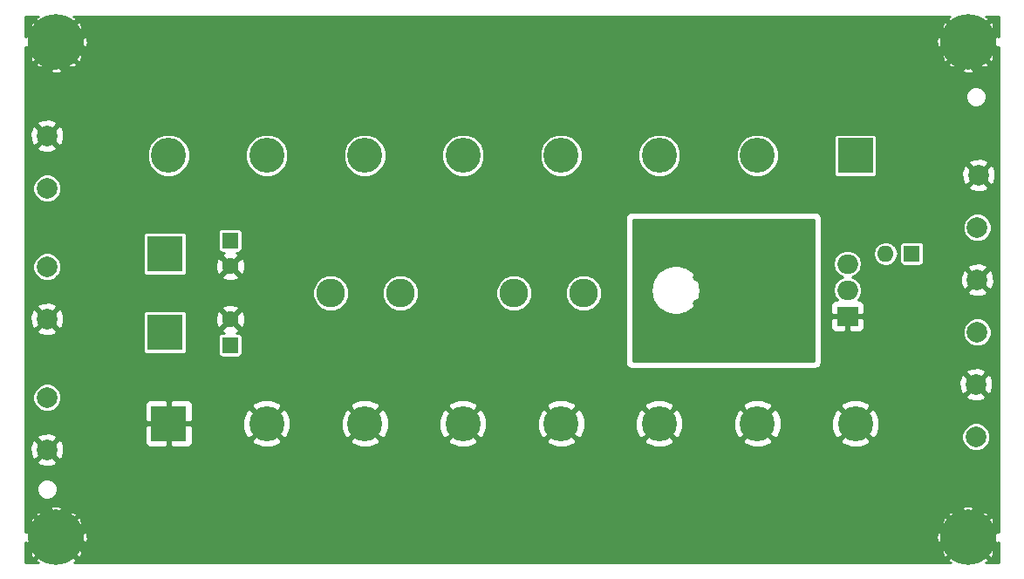
<source format=gbr>
G04 #@! TF.GenerationSoftware,KiCad,Pcbnew,5.0.2-bee76a0~70~ubuntu18.04.1*
G04 #@! TF.CreationDate,2019-06-21T09:24:01-07:00*
G04 #@! TF.ProjectId,aa-power,61612d70-6f77-4657-922e-6b696361645f,rev?*
G04 #@! TF.SameCoordinates,Original*
G04 #@! TF.FileFunction,Copper,L2,Bot*
G04 #@! TF.FilePolarity,Positive*
%FSLAX46Y46*%
G04 Gerber Fmt 4.6, Leading zero omitted, Abs format (unit mm)*
G04 Created by KiCad (PCBNEW 5.0.2-bee76a0~70~ubuntu18.04.1) date Fri 21 Jun 2019 09:24:01 AM PDT*
%MOMM*%
%LPD*%
G01*
G04 APERTURE LIST*
G04 #@! TA.AperFunction,ComponentPad*
%ADD10R,1.600000X1.600000*%
G04 #@! TD*
G04 #@! TA.AperFunction,ComponentPad*
%ADD11O,1.600000X1.600000*%
G04 #@! TD*
G04 #@! TA.AperFunction,ComponentPad*
%ADD12C,2.000000*%
G04 #@! TD*
G04 #@! TA.AperFunction,ComponentPad*
%ADD13R,2.000000X1.905000*%
G04 #@! TD*
G04 #@! TA.AperFunction,ComponentPad*
%ADD14O,2.000000X1.905000*%
G04 #@! TD*
G04 #@! TA.AperFunction,ComponentPad*
%ADD15C,1.600000*%
G04 #@! TD*
G04 #@! TA.AperFunction,ComponentPad*
%ADD16C,0.800000*%
G04 #@! TD*
G04 #@! TA.AperFunction,ComponentPad*
%ADD17C,5.400000*%
G04 #@! TD*
G04 #@! TA.AperFunction,ComponentPad*
%ADD18C,3.500120*%
G04 #@! TD*
G04 #@! TA.AperFunction,ComponentPad*
%ADD19R,3.500120X3.500120*%
G04 #@! TD*
G04 #@! TA.AperFunction,ComponentPad*
%ADD20C,2.780000*%
G04 #@! TD*
G04 #@! TA.AperFunction,ComponentPad*
%ADD21C,3.400000*%
G04 #@! TD*
G04 #@! TA.AperFunction,ComponentPad*
%ADD22R,3.400000X3.400000*%
G04 #@! TD*
G04 #@! TA.AperFunction,ViaPad*
%ADD23C,0.800000*%
G04 #@! TD*
G04 #@! TA.AperFunction,Conductor*
%ADD24C,0.254000*%
G04 #@! TD*
G04 APERTURE END LIST*
D10*
G04 #@! TO.P,D8,1*
G04 #@! TO.N,Net-(C4-Pad1)*
X188087000Y-96520000D03*
D11*
G04 #@! TO.P,D8,2*
G04 #@! TO.N,Net-(D8-Pad2)*
X185547000Y-96520000D03*
G04 #@! TD*
D12*
G04 #@! TO.P,TP12,1*
G04 #@! TO.N,GND*
X194564000Y-88900000D03*
G04 #@! TD*
G04 #@! TO.P,TP10,1*
G04 #@! TO.N,GND*
X194437000Y-99060000D03*
G04 #@! TD*
G04 #@! TO.P,TP9,1*
G04 #@! TO.N,Net-(C4-Pad1)*
X194437000Y-104140000D03*
G04 #@! TD*
G04 #@! TO.P,TP8,1*
G04 #@! TO.N,GND*
X194310000Y-109220000D03*
G04 #@! TD*
G04 #@! TO.P,TP11,1*
G04 #@! TO.N,Net-(D8-Pad2)*
X194437000Y-93980000D03*
G04 #@! TD*
G04 #@! TO.P,TP7,1*
G04 #@! TO.N,/+12V*
X194310000Y-114300000D03*
G04 #@! TD*
G04 #@! TO.P,TP6,1*
G04 #@! TO.N,GND*
X104140000Y-102870000D03*
G04 #@! TD*
G04 #@! TO.P,TP5,1*
G04 #@! TO.N,Net-(D5-Pad1)*
X104140000Y-97790000D03*
G04 #@! TD*
G04 #@! TO.P,TP4,1*
G04 #@! TO.N,GND*
X104140000Y-115570000D03*
G04 #@! TD*
G04 #@! TO.P,TP3,1*
G04 #@! TO.N,Net-(C2-Pad1)*
X104140000Y-110490000D03*
G04 #@! TD*
G04 #@! TO.P,TP2,1*
G04 #@! TO.N,GND*
X104140000Y-85090000D03*
G04 #@! TD*
G04 #@! TO.P,TP1,1*
G04 #@! TO.N,Net-(C1-Pad1)*
X104140000Y-90170000D03*
G04 #@! TD*
D13*
G04 #@! TO.P,Q1,1*
G04 #@! TO.N,GND*
X181842162Y-102592621D03*
D14*
G04 #@! TO.P,Q1,2*
G04 #@! TO.N,/+12V*
X181842162Y-100052621D03*
G04 #@! TO.P,Q1,3*
G04 #@! TO.N,Net-(D8-Pad2)*
X181842162Y-97512621D03*
G04 #@! TD*
D15*
G04 #@! TO.P,C2,2*
G04 #@! TO.N,GND*
X121920000Y-102910000D03*
D10*
G04 #@! TO.P,C2,1*
G04 #@! TO.N,Net-(C2-Pad1)*
X121920000Y-105410000D03*
G04 #@! TD*
G04 #@! TO.P,C1,1*
G04 #@! TO.N,Net-(C1-Pad1)*
X121920000Y-95250000D03*
D15*
G04 #@! TO.P,C1,2*
G04 #@! TO.N,GND*
X121920000Y-97750000D03*
G04 #@! TD*
D16*
G04 #@! TO.P,H1,1*
G04 #@! TO.N,GND*
X194979891Y-74514109D03*
X193548000Y-73921000D03*
X192116109Y-74514109D03*
X191523000Y-75946000D03*
X192116109Y-77377891D03*
X193548000Y-77971000D03*
X194979891Y-77377891D03*
X195573000Y-75946000D03*
D17*
X193548000Y-75946000D03*
G04 #@! TD*
G04 #@! TO.P,H2,1*
G04 #@! TO.N,GND*
X105029000Y-75946000D03*
D16*
X107054000Y-75946000D03*
X106460891Y-77377891D03*
X105029000Y-77971000D03*
X103597109Y-77377891D03*
X103004000Y-75946000D03*
X103597109Y-74514109D03*
X105029000Y-73921000D03*
X106460891Y-74514109D03*
G04 #@! TD*
G04 #@! TO.P,H3,1*
G04 #@! TO.N,GND*
X106460891Y-122647109D03*
X105029000Y-122054000D03*
X103597109Y-122647109D03*
X103004000Y-124079000D03*
X103597109Y-125510891D03*
X105029000Y-126104000D03*
X106460891Y-125510891D03*
X107054000Y-124079000D03*
D17*
X105029000Y-124079000D03*
G04 #@! TD*
G04 #@! TO.P,H4,1*
G04 #@! TO.N,GND*
X193548000Y-124079000D03*
D16*
X195573000Y-124079000D03*
X194979891Y-125510891D03*
X193548000Y-126104000D03*
X192116109Y-125510891D03*
X191523000Y-124079000D03*
X192116109Y-122647109D03*
X193548000Y-122054000D03*
X194979891Y-122647109D03*
G04 #@! TD*
D18*
G04 #@! TO.P,CN1,2*
G04 #@! TO.N,GND*
X110490000Y-96520000D03*
D19*
G04 #@! TO.P,CN1,1*
G04 #@! TO.N,Net-(C1-Pad1)*
X115570000Y-96520000D03*
G04 #@! TD*
G04 #@! TO.P,CN2,1*
G04 #@! TO.N,Net-(C2-Pad1)*
X115570000Y-104140000D03*
D18*
G04 #@! TO.P,CN2,2*
G04 #@! TO.N,GND*
X110490000Y-104140000D03*
G04 #@! TD*
D20*
G04 #@! TO.P,F1,2*
G04 #@! TO.N,Net-(D5-Pad1)*
X131699000Y-100330000D03*
X138430000Y-100330000D03*
G04 #@! TO.P,F1,1*
G04 #@! TO.N,/+12V*
X149479000Y-100330000D03*
X156210000Y-100330000D03*
G04 #@! TD*
D21*
G04 #@! TO.P,CN3,8*
G04 #@! TO.N,/+12V*
X115951000Y-86995000D03*
G04 #@! TO.P,CN3,7*
X125476000Y-86995000D03*
G04 #@! TO.P,CN3,6*
X135001000Y-86995000D03*
G04 #@! TO.P,CN3,5*
X144531000Y-86995000D03*
G04 #@! TO.P,CN3,4*
X154051000Y-86995000D03*
G04 #@! TO.P,CN3,3*
X163576000Y-86995000D03*
G04 #@! TO.P,CN3,2*
X173106000Y-86995000D03*
D22*
G04 #@! TO.P,CN3,1*
X182626000Y-86995000D03*
G04 #@! TD*
G04 #@! TO.P,CN4,1*
G04 #@! TO.N,GND*
X115951000Y-113030000D03*
D21*
G04 #@! TO.P,CN4,2*
X125471000Y-113030000D03*
G04 #@! TO.P,CN4,3*
X135001000Y-113030000D03*
G04 #@! TO.P,CN4,4*
X144526000Y-113030000D03*
G04 #@! TO.P,CN4,5*
X154046000Y-113030000D03*
G04 #@! TO.P,CN4,6*
X163576000Y-113030000D03*
G04 #@! TO.P,CN4,7*
X173101000Y-113030000D03*
G04 #@! TO.P,CN4,8*
X182626000Y-113030000D03*
G04 #@! TD*
D23*
G04 #@! TO.N,GND*
X147701000Y-93218000D03*
X147701000Y-94742000D03*
X147066000Y-93980000D03*
X189865000Y-107823000D03*
X108712010Y-83820000D03*
G04 #@! TO.N,/+12V*
X162157162Y-93702621D03*
X167237162Y-93702621D03*
X162157162Y-96242621D03*
X164719000Y-96266000D03*
X167259000Y-96266000D03*
X167259000Y-103886000D03*
X164719000Y-103886000D03*
X163449000Y-97536000D03*
X163449000Y-102616000D03*
X162179000Y-103886000D03*
X162179000Y-101346000D03*
X162179000Y-98806000D03*
X165989000Y-102616000D03*
X165989000Y-97536000D03*
X167259000Y-98806000D03*
X167259000Y-101346000D03*
X162179000Y-106426000D03*
X167259000Y-106553000D03*
X169799000Y-105156000D03*
X169799000Y-95123000D03*
X173609000Y-105156000D03*
X173609000Y-100076000D03*
X173609000Y-95123000D03*
X177419000Y-95123000D03*
X177419000Y-100052621D03*
X177419000Y-105156000D03*
X169799000Y-98171000D03*
X169799000Y-101981000D03*
G04 #@! TD*
D24*
G04 #@! TO.N,/+12V*
G36*
X178562000Y-106934000D02*
X161036000Y-106934000D01*
X161036000Y-100052621D01*
X162750438Y-100052621D01*
X162935542Y-100983201D01*
X163462673Y-101772110D01*
X164251582Y-102299241D01*
X164947265Y-102437621D01*
X165417059Y-102437621D01*
X166112742Y-102299241D01*
X166901651Y-101772110D01*
X167428782Y-100983201D01*
X167613886Y-100052621D01*
X167428782Y-99122041D01*
X166901651Y-98333132D01*
X166112742Y-97806001D01*
X165417059Y-97667621D01*
X164947265Y-97667621D01*
X164251582Y-97806001D01*
X163462673Y-98333132D01*
X162935542Y-99122041D01*
X162750438Y-100052621D01*
X161036000Y-100052621D01*
X161036000Y-93218000D01*
X178562000Y-93218000D01*
X178562000Y-106934000D01*
X178562000Y-106934000D01*
G37*
X178562000Y-106934000D02*
X161036000Y-106934000D01*
X161036000Y-100052621D01*
X162750438Y-100052621D01*
X162935542Y-100983201D01*
X163462673Y-101772110D01*
X164251582Y-102299241D01*
X164947265Y-102437621D01*
X165417059Y-102437621D01*
X166112742Y-102299241D01*
X166901651Y-101772110D01*
X167428782Y-100983201D01*
X167613886Y-100052621D01*
X167428782Y-99122041D01*
X166901651Y-98333132D01*
X166112742Y-97806001D01*
X165417059Y-97667621D01*
X164947265Y-97667621D01*
X164251582Y-97806001D01*
X163462673Y-98333132D01*
X162935542Y-99122041D01*
X162750438Y-100052621D01*
X161036000Y-100052621D01*
X161036000Y-93218000D01*
X178562000Y-93218000D01*
X178562000Y-106934000D01*
G04 #@! TO.N,GND*
G36*
X103084086Y-73591929D02*
X103059364Y-73796759D01*
X103597109Y-74334504D01*
X103611252Y-74320362D01*
X103790857Y-74499967D01*
X103776714Y-74514109D01*
X104314459Y-75051854D01*
X104519289Y-75027132D01*
X104572619Y-74861407D01*
X104907931Y-74969309D01*
X105318318Y-74935842D01*
X105474159Y-74871290D01*
X105538711Y-75027132D01*
X105743541Y-75051854D01*
X106281286Y-74514109D01*
X106267144Y-74499967D01*
X106446749Y-74320362D01*
X106460891Y-74334504D01*
X106998636Y-73796759D01*
X106973914Y-73591929D01*
X106706884Y-73506000D01*
X191810536Y-73506000D01*
X191603086Y-73591929D01*
X191578364Y-73796759D01*
X192116109Y-74334504D01*
X192130252Y-74320362D01*
X192309857Y-74499967D01*
X192295714Y-74514109D01*
X192833459Y-75051854D01*
X193038289Y-75027132D01*
X193091619Y-74861407D01*
X193426931Y-74969309D01*
X193837318Y-74935842D01*
X193993159Y-74871290D01*
X194057711Y-75027132D01*
X194262541Y-75051854D01*
X194800286Y-74514109D01*
X194786144Y-74499967D01*
X194965749Y-74320362D01*
X194979891Y-74334504D01*
X195517636Y-73796759D01*
X195492914Y-73591929D01*
X195225884Y-73506000D01*
X196496000Y-73506000D01*
X196496000Y-75434957D01*
X196495180Y-75432977D01*
X196290350Y-75408255D01*
X195752605Y-75946000D01*
X196290350Y-76483745D01*
X196495180Y-76459023D01*
X196496000Y-76456475D01*
X196496001Y-123567959D01*
X196495180Y-123565977D01*
X196290350Y-123541255D01*
X195752605Y-124079000D01*
X196290350Y-124616745D01*
X196495180Y-124592023D01*
X196496001Y-124589472D01*
X196496001Y-126519000D01*
X195285464Y-126519000D01*
X195492914Y-126433071D01*
X195517636Y-126228241D01*
X194979891Y-125690496D01*
X194965749Y-125704639D01*
X194786144Y-125525034D01*
X194800286Y-125510891D01*
X194262541Y-124973146D01*
X194057711Y-124997868D01*
X194004381Y-125163593D01*
X193669069Y-125055691D01*
X193258682Y-125089158D01*
X193102841Y-125153710D01*
X193038289Y-124997868D01*
X192833459Y-124973146D01*
X192295714Y-125510891D01*
X192309857Y-125525034D01*
X192130252Y-125704639D01*
X192116109Y-125690496D01*
X191578364Y-126228241D01*
X191603086Y-126433071D01*
X191870116Y-126519000D01*
X106766464Y-126519000D01*
X106973914Y-126433071D01*
X106998636Y-126228241D01*
X106460891Y-125690496D01*
X106446749Y-125704639D01*
X106267144Y-125525034D01*
X106281286Y-125510891D01*
X105743541Y-124973146D01*
X105538711Y-124997868D01*
X105485381Y-125163593D01*
X105150069Y-125055691D01*
X104739682Y-125089158D01*
X104583841Y-125153710D01*
X104519289Y-124997868D01*
X104314459Y-124973146D01*
X103776714Y-125510891D01*
X103790857Y-125525034D01*
X103611252Y-125704639D01*
X103597109Y-125690496D01*
X103059364Y-126228241D01*
X103084086Y-126433071D01*
X103351116Y-126519000D01*
X102081000Y-126519000D01*
X102081000Y-124590043D01*
X102081820Y-124592023D01*
X102286650Y-124616745D01*
X102824395Y-124079000D01*
X102286650Y-123541255D01*
X102081820Y-123565977D01*
X102081000Y-123568525D01*
X102081000Y-123361650D01*
X102466255Y-123361650D01*
X103004000Y-123899395D01*
X103018143Y-123885253D01*
X103197748Y-124064858D01*
X103183605Y-124079000D01*
X103197748Y-124093143D01*
X103018143Y-124272748D01*
X103004000Y-124258605D01*
X102466255Y-124796350D01*
X102490977Y-125001180D01*
X102656702Y-125054510D01*
X102548800Y-125389822D01*
X102582267Y-125800209D01*
X102674929Y-126023914D01*
X102879759Y-126048636D01*
X103417504Y-125510891D01*
X103403362Y-125496749D01*
X103582967Y-125317144D01*
X103597109Y-125331286D01*
X104134854Y-124793541D01*
X104110132Y-124588711D01*
X103944407Y-124535381D01*
X104052309Y-124200069D01*
X104018842Y-123789682D01*
X103954290Y-123633841D01*
X104110132Y-123569289D01*
X104134854Y-123364459D01*
X105923146Y-123364459D01*
X105947868Y-123569289D01*
X106113593Y-123622619D01*
X106005691Y-123957931D01*
X106039158Y-124368318D01*
X106103710Y-124524159D01*
X105947868Y-124588711D01*
X105923146Y-124793541D01*
X106460891Y-125331286D01*
X106475034Y-125317144D01*
X106654639Y-125496749D01*
X106640496Y-125510891D01*
X107178241Y-126048636D01*
X107383071Y-126023914D01*
X107509200Y-125631960D01*
X107475733Y-125221573D01*
X107411181Y-125065732D01*
X107567023Y-125001180D01*
X107591745Y-124796350D01*
X107054000Y-124258605D01*
X107039858Y-124272748D01*
X106860253Y-124093143D01*
X106874395Y-124079000D01*
X107233605Y-124079000D01*
X107771350Y-124616745D01*
X107976180Y-124592023D01*
X108102309Y-124200069D01*
X108082563Y-123957931D01*
X190474691Y-123957931D01*
X190508158Y-124368318D01*
X190600820Y-124592023D01*
X190805650Y-124616745D01*
X191343395Y-124079000D01*
X190805650Y-123541255D01*
X190600820Y-123565977D01*
X190474691Y-123957931D01*
X108082563Y-123957931D01*
X108068842Y-123789682D01*
X107976180Y-123565977D01*
X107771350Y-123541255D01*
X107233605Y-124079000D01*
X106874395Y-124079000D01*
X106860253Y-124064858D01*
X107039858Y-123885253D01*
X107054000Y-123899395D01*
X107591745Y-123361650D01*
X190985255Y-123361650D01*
X191523000Y-123899395D01*
X191537143Y-123885253D01*
X191716748Y-124064858D01*
X191702605Y-124079000D01*
X191716748Y-124093143D01*
X191537143Y-124272748D01*
X191523000Y-124258605D01*
X190985255Y-124796350D01*
X191009977Y-125001180D01*
X191175702Y-125054510D01*
X191067800Y-125389822D01*
X191101267Y-125800209D01*
X191193929Y-126023914D01*
X191398759Y-126048636D01*
X191936504Y-125510891D01*
X191922362Y-125496749D01*
X192101967Y-125317144D01*
X192116109Y-125331286D01*
X192653854Y-124793541D01*
X192629132Y-124588711D01*
X192463407Y-124535381D01*
X192571309Y-124200069D01*
X192537842Y-123789682D01*
X192473290Y-123633841D01*
X192629132Y-123569289D01*
X192653854Y-123364459D01*
X194442146Y-123364459D01*
X194466868Y-123569289D01*
X194632593Y-123622619D01*
X194524691Y-123957931D01*
X194558158Y-124368318D01*
X194622710Y-124524159D01*
X194466868Y-124588711D01*
X194442146Y-124793541D01*
X194979891Y-125331286D01*
X194994034Y-125317144D01*
X195173639Y-125496749D01*
X195159496Y-125510891D01*
X195697241Y-126048636D01*
X195902071Y-126023914D01*
X196028200Y-125631960D01*
X195994733Y-125221573D01*
X195930181Y-125065732D01*
X196086023Y-125001180D01*
X196110745Y-124796350D01*
X195573000Y-124258605D01*
X195558858Y-124272748D01*
X195379253Y-124093143D01*
X195393395Y-124079000D01*
X195379253Y-124064858D01*
X195558858Y-123885253D01*
X195573000Y-123899395D01*
X196110745Y-123361650D01*
X196086023Y-123156820D01*
X195920298Y-123103490D01*
X196028200Y-122768178D01*
X195994733Y-122357791D01*
X195902071Y-122134086D01*
X195697241Y-122109364D01*
X195159496Y-122647109D01*
X195173639Y-122661252D01*
X194994034Y-122840857D01*
X194979891Y-122826714D01*
X194442146Y-123364459D01*
X192653854Y-123364459D01*
X192116109Y-122826714D01*
X192101967Y-122840857D01*
X191922362Y-122661252D01*
X191936504Y-122647109D01*
X191398759Y-122109364D01*
X191193929Y-122134086D01*
X191067800Y-122526040D01*
X191101267Y-122936427D01*
X191165819Y-123092268D01*
X191009977Y-123156820D01*
X190985255Y-123361650D01*
X107591745Y-123361650D01*
X107567023Y-123156820D01*
X107401298Y-123103490D01*
X107509200Y-122768178D01*
X107475733Y-122357791D01*
X107383071Y-122134086D01*
X107178241Y-122109364D01*
X106640496Y-122647109D01*
X106654639Y-122661252D01*
X106475034Y-122840857D01*
X106460891Y-122826714D01*
X105923146Y-123364459D01*
X104134854Y-123364459D01*
X103597109Y-122826714D01*
X103582967Y-122840857D01*
X103403362Y-122661252D01*
X103417504Y-122647109D01*
X102879759Y-122109364D01*
X102674929Y-122134086D01*
X102548800Y-122526040D01*
X102582267Y-122936427D01*
X102646819Y-123092268D01*
X102490977Y-123156820D01*
X102466255Y-123361650D01*
X102081000Y-123361650D01*
X102081000Y-121929759D01*
X103059364Y-121929759D01*
X103597109Y-122467504D01*
X103611252Y-122453362D01*
X103790857Y-122632967D01*
X103776714Y-122647109D01*
X104314459Y-123184854D01*
X104519289Y-123160132D01*
X104572619Y-122994407D01*
X104907931Y-123102309D01*
X105318318Y-123068842D01*
X105474159Y-123004290D01*
X105538711Y-123160132D01*
X105743541Y-123184854D01*
X106281286Y-122647109D01*
X106267144Y-122632967D01*
X106446749Y-122453362D01*
X106460891Y-122467504D01*
X106998636Y-121929759D01*
X191578364Y-121929759D01*
X192116109Y-122467504D01*
X192130252Y-122453362D01*
X192309857Y-122632967D01*
X192295714Y-122647109D01*
X192833459Y-123184854D01*
X193038289Y-123160132D01*
X193091619Y-122994407D01*
X193426931Y-123102309D01*
X193837318Y-123068842D01*
X193993159Y-123004290D01*
X194057711Y-123160132D01*
X194262541Y-123184854D01*
X194800286Y-122647109D01*
X194786144Y-122632967D01*
X194965749Y-122453362D01*
X194979891Y-122467504D01*
X195517636Y-121929759D01*
X195492914Y-121724929D01*
X195100960Y-121598800D01*
X194690573Y-121632267D01*
X194534732Y-121696819D01*
X194470180Y-121540977D01*
X194265350Y-121516255D01*
X193727605Y-122054000D01*
X193741748Y-122068143D01*
X193562143Y-122247748D01*
X193548000Y-122233605D01*
X193533858Y-122247748D01*
X193354253Y-122068143D01*
X193368395Y-122054000D01*
X192830650Y-121516255D01*
X192625820Y-121540977D01*
X192572490Y-121706702D01*
X192237178Y-121598800D01*
X191826791Y-121632267D01*
X191603086Y-121724929D01*
X191578364Y-121929759D01*
X106998636Y-121929759D01*
X106973914Y-121724929D01*
X106581960Y-121598800D01*
X106171573Y-121632267D01*
X106015732Y-121696819D01*
X105951180Y-121540977D01*
X105746350Y-121516255D01*
X105208605Y-122054000D01*
X105222748Y-122068143D01*
X105043143Y-122247748D01*
X105029000Y-122233605D01*
X105014858Y-122247748D01*
X104835253Y-122068143D01*
X104849395Y-122054000D01*
X104311650Y-121516255D01*
X104106820Y-121540977D01*
X104053490Y-121706702D01*
X103718178Y-121598800D01*
X103307791Y-121632267D01*
X103084086Y-121724929D01*
X103059364Y-121929759D01*
X102081000Y-121929759D01*
X102081000Y-121336650D01*
X104491255Y-121336650D01*
X105029000Y-121874395D01*
X105566745Y-121336650D01*
X193010255Y-121336650D01*
X193548000Y-121874395D01*
X194085745Y-121336650D01*
X194061023Y-121131820D01*
X193669069Y-121005691D01*
X193258682Y-121039158D01*
X193034977Y-121131820D01*
X193010255Y-121336650D01*
X105566745Y-121336650D01*
X105542023Y-121131820D01*
X105150069Y-121005691D01*
X104739682Y-121039158D01*
X104515977Y-121131820D01*
X104491255Y-121336650D01*
X102081000Y-121336650D01*
X102081000Y-119177905D01*
X103124000Y-119177905D01*
X103124000Y-119582095D01*
X103278676Y-119955518D01*
X103564482Y-120241324D01*
X103937905Y-120396000D01*
X104342095Y-120396000D01*
X104715518Y-120241324D01*
X105001324Y-119955518D01*
X105156000Y-119582095D01*
X105156000Y-119177905D01*
X105001324Y-118804482D01*
X104715518Y-118518676D01*
X104342095Y-118364000D01*
X103937905Y-118364000D01*
X103564482Y-118518676D01*
X103278676Y-118804482D01*
X103124000Y-119177905D01*
X102081000Y-119177905D01*
X102081000Y-116722532D01*
X103167073Y-116722532D01*
X103265736Y-116989387D01*
X103875461Y-117215908D01*
X104525460Y-117191856D01*
X105014264Y-116989387D01*
X105112927Y-116722532D01*
X104140000Y-115749605D01*
X103167073Y-116722532D01*
X102081000Y-116722532D01*
X102081000Y-115305461D01*
X102494092Y-115305461D01*
X102518144Y-115955460D01*
X102720613Y-116444264D01*
X102987468Y-116542927D01*
X103960395Y-115570000D01*
X104319605Y-115570000D01*
X105292532Y-116542927D01*
X105559387Y-116444264D01*
X105785908Y-115834539D01*
X105761856Y-115184540D01*
X105559387Y-114695736D01*
X105292532Y-114597073D01*
X104319605Y-115570000D01*
X103960395Y-115570000D01*
X102987468Y-114597073D01*
X102720613Y-114695736D01*
X102494092Y-115305461D01*
X102081000Y-115305461D01*
X102081000Y-114417468D01*
X103167073Y-114417468D01*
X104140000Y-115390395D01*
X105112927Y-114417468D01*
X105014264Y-114150613D01*
X104404539Y-113924092D01*
X103754540Y-113948144D01*
X103265736Y-114150613D01*
X103167073Y-114417468D01*
X102081000Y-114417468D01*
X102081000Y-113315750D01*
X113616000Y-113315750D01*
X113616000Y-114856310D01*
X113712673Y-115089699D01*
X113891302Y-115268327D01*
X114124691Y-115365000D01*
X115665250Y-115365000D01*
X115824000Y-115206250D01*
X115824000Y-113157000D01*
X116078000Y-113157000D01*
X116078000Y-115206250D01*
X116236750Y-115365000D01*
X117777309Y-115365000D01*
X118010698Y-115268327D01*
X118189327Y-115089699D01*
X118286000Y-114856310D01*
X118286000Y-114688422D01*
X123992183Y-114688422D01*
X124176371Y-115027970D01*
X125039509Y-115371316D01*
X125968336Y-115358218D01*
X126765629Y-115027970D01*
X126949817Y-114688422D01*
X133522183Y-114688422D01*
X133706371Y-115027970D01*
X134569509Y-115371316D01*
X135498336Y-115358218D01*
X136295629Y-115027970D01*
X136479817Y-114688422D01*
X143047183Y-114688422D01*
X143231371Y-115027970D01*
X144094509Y-115371316D01*
X145023336Y-115358218D01*
X145820629Y-115027970D01*
X146004817Y-114688422D01*
X152567183Y-114688422D01*
X152751371Y-115027970D01*
X153614509Y-115371316D01*
X154543336Y-115358218D01*
X155340629Y-115027970D01*
X155524817Y-114688422D01*
X162097183Y-114688422D01*
X162281371Y-115027970D01*
X163144509Y-115371316D01*
X164073336Y-115358218D01*
X164870629Y-115027970D01*
X165054817Y-114688422D01*
X171622183Y-114688422D01*
X171806371Y-115027970D01*
X172669509Y-115371316D01*
X173598336Y-115358218D01*
X174395629Y-115027970D01*
X174579817Y-114688422D01*
X181147183Y-114688422D01*
X181331371Y-115027970D01*
X182194509Y-115371316D01*
X183123336Y-115358218D01*
X183920629Y-115027970D01*
X184104817Y-114688422D01*
X182626000Y-113209605D01*
X181147183Y-114688422D01*
X174579817Y-114688422D01*
X173101000Y-113209605D01*
X171622183Y-114688422D01*
X165054817Y-114688422D01*
X163576000Y-113209605D01*
X162097183Y-114688422D01*
X155524817Y-114688422D01*
X154046000Y-113209605D01*
X152567183Y-114688422D01*
X146004817Y-114688422D01*
X144526000Y-113209605D01*
X143047183Y-114688422D01*
X136479817Y-114688422D01*
X135001000Y-113209605D01*
X133522183Y-114688422D01*
X126949817Y-114688422D01*
X125471000Y-113209605D01*
X123992183Y-114688422D01*
X118286000Y-114688422D01*
X118286000Y-113315750D01*
X118127250Y-113157000D01*
X116078000Y-113157000D01*
X115824000Y-113157000D01*
X113774750Y-113157000D01*
X113616000Y-113315750D01*
X102081000Y-113315750D01*
X102081000Y-110215302D01*
X102759000Y-110215302D01*
X102759000Y-110764698D01*
X102969245Y-111272273D01*
X103357727Y-111660755D01*
X103865302Y-111871000D01*
X104414698Y-111871000D01*
X104922273Y-111660755D01*
X105310755Y-111272273D01*
X105339163Y-111203690D01*
X113616000Y-111203690D01*
X113616000Y-112744250D01*
X113774750Y-112903000D01*
X115824000Y-112903000D01*
X115824000Y-110853750D01*
X116078000Y-110853750D01*
X116078000Y-112903000D01*
X118127250Y-112903000D01*
X118286000Y-112744250D01*
X118286000Y-112598509D01*
X123129684Y-112598509D01*
X123142782Y-113527336D01*
X123473030Y-114324629D01*
X123812578Y-114508817D01*
X125291395Y-113030000D01*
X125650605Y-113030000D01*
X127129422Y-114508817D01*
X127468970Y-114324629D01*
X127812316Y-113461491D01*
X127800147Y-112598509D01*
X132659684Y-112598509D01*
X132672782Y-113527336D01*
X133003030Y-114324629D01*
X133342578Y-114508817D01*
X134821395Y-113030000D01*
X135180605Y-113030000D01*
X136659422Y-114508817D01*
X136998970Y-114324629D01*
X137342316Y-113461491D01*
X137330147Y-112598509D01*
X142184684Y-112598509D01*
X142197782Y-113527336D01*
X142528030Y-114324629D01*
X142867578Y-114508817D01*
X144346395Y-113030000D01*
X144705605Y-113030000D01*
X146184422Y-114508817D01*
X146523970Y-114324629D01*
X146867316Y-113461491D01*
X146855147Y-112598509D01*
X151704684Y-112598509D01*
X151717782Y-113527336D01*
X152048030Y-114324629D01*
X152387578Y-114508817D01*
X153866395Y-113030000D01*
X154225605Y-113030000D01*
X155704422Y-114508817D01*
X156043970Y-114324629D01*
X156387316Y-113461491D01*
X156375147Y-112598509D01*
X161234684Y-112598509D01*
X161247782Y-113527336D01*
X161578030Y-114324629D01*
X161917578Y-114508817D01*
X163396395Y-113030000D01*
X163755605Y-113030000D01*
X165234422Y-114508817D01*
X165573970Y-114324629D01*
X165917316Y-113461491D01*
X165905147Y-112598509D01*
X170759684Y-112598509D01*
X170772782Y-113527336D01*
X171103030Y-114324629D01*
X171442578Y-114508817D01*
X172921395Y-113030000D01*
X173280605Y-113030000D01*
X174759422Y-114508817D01*
X175098970Y-114324629D01*
X175442316Y-113461491D01*
X175430147Y-112598509D01*
X180284684Y-112598509D01*
X180297782Y-113527336D01*
X180628030Y-114324629D01*
X180967578Y-114508817D01*
X182446395Y-113030000D01*
X182805605Y-113030000D01*
X184284422Y-114508817D01*
X184623970Y-114324629D01*
X184743038Y-114025302D01*
X192929000Y-114025302D01*
X192929000Y-114574698D01*
X193139245Y-115082273D01*
X193527727Y-115470755D01*
X194035302Y-115681000D01*
X194584698Y-115681000D01*
X195092273Y-115470755D01*
X195480755Y-115082273D01*
X195691000Y-114574698D01*
X195691000Y-114025302D01*
X195480755Y-113517727D01*
X195092273Y-113129245D01*
X194584698Y-112919000D01*
X194035302Y-112919000D01*
X193527727Y-113129245D01*
X193139245Y-113517727D01*
X192929000Y-114025302D01*
X184743038Y-114025302D01*
X184967316Y-113461491D01*
X184954218Y-112532664D01*
X184623970Y-111735371D01*
X184284422Y-111551183D01*
X182805605Y-113030000D01*
X182446395Y-113030000D01*
X180967578Y-111551183D01*
X180628030Y-111735371D01*
X180284684Y-112598509D01*
X175430147Y-112598509D01*
X175429218Y-112532664D01*
X175098970Y-111735371D01*
X174759422Y-111551183D01*
X173280605Y-113030000D01*
X172921395Y-113030000D01*
X171442578Y-111551183D01*
X171103030Y-111735371D01*
X170759684Y-112598509D01*
X165905147Y-112598509D01*
X165904218Y-112532664D01*
X165573970Y-111735371D01*
X165234422Y-111551183D01*
X163755605Y-113030000D01*
X163396395Y-113030000D01*
X161917578Y-111551183D01*
X161578030Y-111735371D01*
X161234684Y-112598509D01*
X156375147Y-112598509D01*
X156374218Y-112532664D01*
X156043970Y-111735371D01*
X155704422Y-111551183D01*
X154225605Y-113030000D01*
X153866395Y-113030000D01*
X152387578Y-111551183D01*
X152048030Y-111735371D01*
X151704684Y-112598509D01*
X146855147Y-112598509D01*
X146854218Y-112532664D01*
X146523970Y-111735371D01*
X146184422Y-111551183D01*
X144705605Y-113030000D01*
X144346395Y-113030000D01*
X142867578Y-111551183D01*
X142528030Y-111735371D01*
X142184684Y-112598509D01*
X137330147Y-112598509D01*
X137329218Y-112532664D01*
X136998970Y-111735371D01*
X136659422Y-111551183D01*
X135180605Y-113030000D01*
X134821395Y-113030000D01*
X133342578Y-111551183D01*
X133003030Y-111735371D01*
X132659684Y-112598509D01*
X127800147Y-112598509D01*
X127799218Y-112532664D01*
X127468970Y-111735371D01*
X127129422Y-111551183D01*
X125650605Y-113030000D01*
X125291395Y-113030000D01*
X123812578Y-111551183D01*
X123473030Y-111735371D01*
X123129684Y-112598509D01*
X118286000Y-112598509D01*
X118286000Y-111371578D01*
X123992183Y-111371578D01*
X125471000Y-112850395D01*
X126949817Y-111371578D01*
X133522183Y-111371578D01*
X135001000Y-112850395D01*
X136479817Y-111371578D01*
X143047183Y-111371578D01*
X144526000Y-112850395D01*
X146004817Y-111371578D01*
X152567183Y-111371578D01*
X154046000Y-112850395D01*
X155524817Y-111371578D01*
X162097183Y-111371578D01*
X163576000Y-112850395D01*
X165054817Y-111371578D01*
X171622183Y-111371578D01*
X173101000Y-112850395D01*
X174579817Y-111371578D01*
X181147183Y-111371578D01*
X182626000Y-112850395D01*
X184104817Y-111371578D01*
X183920629Y-111032030D01*
X183057491Y-110688684D01*
X182128664Y-110701782D01*
X181331371Y-111032030D01*
X181147183Y-111371578D01*
X174579817Y-111371578D01*
X174395629Y-111032030D01*
X173532491Y-110688684D01*
X172603664Y-110701782D01*
X171806371Y-111032030D01*
X171622183Y-111371578D01*
X165054817Y-111371578D01*
X164870629Y-111032030D01*
X164007491Y-110688684D01*
X163078664Y-110701782D01*
X162281371Y-111032030D01*
X162097183Y-111371578D01*
X155524817Y-111371578D01*
X155340629Y-111032030D01*
X154477491Y-110688684D01*
X153548664Y-110701782D01*
X152751371Y-111032030D01*
X152567183Y-111371578D01*
X146004817Y-111371578D01*
X145820629Y-111032030D01*
X144957491Y-110688684D01*
X144028664Y-110701782D01*
X143231371Y-111032030D01*
X143047183Y-111371578D01*
X136479817Y-111371578D01*
X136295629Y-111032030D01*
X135432491Y-110688684D01*
X134503664Y-110701782D01*
X133706371Y-111032030D01*
X133522183Y-111371578D01*
X126949817Y-111371578D01*
X126765629Y-111032030D01*
X125902491Y-110688684D01*
X124973664Y-110701782D01*
X124176371Y-111032030D01*
X123992183Y-111371578D01*
X118286000Y-111371578D01*
X118286000Y-111203690D01*
X118189327Y-110970301D01*
X118010698Y-110791673D01*
X117777309Y-110695000D01*
X116236750Y-110695000D01*
X116078000Y-110853750D01*
X115824000Y-110853750D01*
X115665250Y-110695000D01*
X114124691Y-110695000D01*
X113891302Y-110791673D01*
X113712673Y-110970301D01*
X113616000Y-111203690D01*
X105339163Y-111203690D01*
X105521000Y-110764698D01*
X105521000Y-110372532D01*
X193337073Y-110372532D01*
X193435736Y-110639387D01*
X194045461Y-110865908D01*
X194695460Y-110841856D01*
X195184264Y-110639387D01*
X195282927Y-110372532D01*
X194310000Y-109399605D01*
X193337073Y-110372532D01*
X105521000Y-110372532D01*
X105521000Y-110215302D01*
X105310755Y-109707727D01*
X104922273Y-109319245D01*
X104414698Y-109109000D01*
X103865302Y-109109000D01*
X103357727Y-109319245D01*
X102969245Y-109707727D01*
X102759000Y-110215302D01*
X102081000Y-110215302D01*
X102081000Y-108955461D01*
X192664092Y-108955461D01*
X192688144Y-109605460D01*
X192890613Y-110094264D01*
X193157468Y-110192927D01*
X194130395Y-109220000D01*
X194489605Y-109220000D01*
X195462532Y-110192927D01*
X195729387Y-110094264D01*
X195955908Y-109484539D01*
X195931856Y-108834540D01*
X195729387Y-108345736D01*
X195462532Y-108247073D01*
X194489605Y-109220000D01*
X194130395Y-109220000D01*
X193157468Y-108247073D01*
X192890613Y-108345736D01*
X192664092Y-108955461D01*
X102081000Y-108955461D01*
X102081000Y-108067468D01*
X193337073Y-108067468D01*
X194310000Y-109040395D01*
X195282927Y-108067468D01*
X195184264Y-107800613D01*
X194574539Y-107574092D01*
X193924540Y-107598144D01*
X193435736Y-107800613D01*
X193337073Y-108067468D01*
X102081000Y-108067468D01*
X102081000Y-104022532D01*
X103167073Y-104022532D01*
X103265736Y-104289387D01*
X103875461Y-104515908D01*
X104525460Y-104491856D01*
X105014264Y-104289387D01*
X105112927Y-104022532D01*
X104140000Y-103049605D01*
X103167073Y-104022532D01*
X102081000Y-104022532D01*
X102081000Y-102605461D01*
X102494092Y-102605461D01*
X102518144Y-103255460D01*
X102720613Y-103744264D01*
X102987468Y-103842927D01*
X103960395Y-102870000D01*
X104319605Y-102870000D01*
X105292532Y-103842927D01*
X105559387Y-103744264D01*
X105785908Y-103134539D01*
X105761856Y-102484540D01*
X105722672Y-102389940D01*
X113431476Y-102389940D01*
X113431476Y-105890060D01*
X113461046Y-106038719D01*
X113545254Y-106164746D01*
X113671281Y-106248954D01*
X113819940Y-106278524D01*
X117320060Y-106278524D01*
X117468719Y-106248954D01*
X117594746Y-106164746D01*
X117678954Y-106038719D01*
X117708524Y-105890060D01*
X117708524Y-104610000D01*
X120731536Y-104610000D01*
X120731536Y-106210000D01*
X120761106Y-106358659D01*
X120845314Y-106484686D01*
X120971341Y-106568894D01*
X121120000Y-106598464D01*
X122720000Y-106598464D01*
X122868659Y-106568894D01*
X122994686Y-106484686D01*
X123078894Y-106358659D01*
X123108464Y-106210000D01*
X123108464Y-104610000D01*
X123078894Y-104461341D01*
X122994686Y-104335314D01*
X122868659Y-104251106D01*
X122720000Y-104221536D01*
X122534773Y-104221536D01*
X122674005Y-104163864D01*
X122748139Y-103917745D01*
X121920000Y-103089605D01*
X121091861Y-103917745D01*
X121165995Y-104163864D01*
X121326445Y-104221536D01*
X121120000Y-104221536D01*
X120971341Y-104251106D01*
X120845314Y-104335314D01*
X120761106Y-104461341D01*
X120731536Y-104610000D01*
X117708524Y-104610000D01*
X117708524Y-102693223D01*
X120473035Y-102693223D01*
X120500222Y-103263454D01*
X120666136Y-103664005D01*
X120912255Y-103738139D01*
X121740395Y-102910000D01*
X122099605Y-102910000D01*
X122927745Y-103738139D01*
X123173864Y-103664005D01*
X123366965Y-103126777D01*
X123339778Y-102556546D01*
X123173864Y-102155995D01*
X122927745Y-102081861D01*
X122099605Y-102910000D01*
X121740395Y-102910000D01*
X120912255Y-102081861D01*
X120666136Y-102155995D01*
X120473035Y-102693223D01*
X117708524Y-102693223D01*
X117708524Y-102389940D01*
X117678954Y-102241281D01*
X117594746Y-102115254D01*
X117468719Y-102031046D01*
X117320060Y-102001476D01*
X113819940Y-102001476D01*
X113671281Y-102031046D01*
X113545254Y-102115254D01*
X113461046Y-102241281D01*
X113431476Y-102389940D01*
X105722672Y-102389940D01*
X105559387Y-101995736D01*
X105306548Y-101902255D01*
X121091861Y-101902255D01*
X121920000Y-102730395D01*
X122748139Y-101902255D01*
X122674005Y-101656136D01*
X122136777Y-101463035D01*
X121566546Y-101490222D01*
X121165995Y-101656136D01*
X121091861Y-101902255D01*
X105306548Y-101902255D01*
X105292532Y-101897073D01*
X104319605Y-102870000D01*
X103960395Y-102870000D01*
X102987468Y-101897073D01*
X102720613Y-101995736D01*
X102494092Y-102605461D01*
X102081000Y-102605461D01*
X102081000Y-101717468D01*
X103167073Y-101717468D01*
X104140000Y-102690395D01*
X105112927Y-101717468D01*
X105014264Y-101450613D01*
X104404539Y-101224092D01*
X103754540Y-101248144D01*
X103265736Y-101450613D01*
X103167073Y-101717468D01*
X102081000Y-101717468D01*
X102081000Y-99977726D01*
X129928000Y-99977726D01*
X129928000Y-100682274D01*
X130197619Y-101333191D01*
X130695809Y-101831381D01*
X131346726Y-102101000D01*
X132051274Y-102101000D01*
X132702191Y-101831381D01*
X133200381Y-101333191D01*
X133470000Y-100682274D01*
X133470000Y-99977726D01*
X136659000Y-99977726D01*
X136659000Y-100682274D01*
X136928619Y-101333191D01*
X137426809Y-101831381D01*
X138077726Y-102101000D01*
X138782274Y-102101000D01*
X139433191Y-101831381D01*
X139931381Y-101333191D01*
X140201000Y-100682274D01*
X140201000Y-99977726D01*
X147708000Y-99977726D01*
X147708000Y-100682274D01*
X147977619Y-101333191D01*
X148475809Y-101831381D01*
X149126726Y-102101000D01*
X149831274Y-102101000D01*
X150482191Y-101831381D01*
X150980381Y-101333191D01*
X151250000Y-100682274D01*
X151250000Y-99977726D01*
X154439000Y-99977726D01*
X154439000Y-100682274D01*
X154708619Y-101333191D01*
X155206809Y-101831381D01*
X155857726Y-102101000D01*
X156562274Y-102101000D01*
X157213191Y-101831381D01*
X157711381Y-101333191D01*
X157981000Y-100682274D01*
X157981000Y-99977726D01*
X157711381Y-99326809D01*
X157213191Y-98828619D01*
X156562274Y-98559000D01*
X155857726Y-98559000D01*
X155206809Y-98828619D01*
X154708619Y-99326809D01*
X154439000Y-99977726D01*
X151250000Y-99977726D01*
X150980381Y-99326809D01*
X150482191Y-98828619D01*
X149831274Y-98559000D01*
X149126726Y-98559000D01*
X148475809Y-98828619D01*
X147977619Y-99326809D01*
X147708000Y-99977726D01*
X140201000Y-99977726D01*
X139931381Y-99326809D01*
X139433191Y-98828619D01*
X138782274Y-98559000D01*
X138077726Y-98559000D01*
X137426809Y-98828619D01*
X136928619Y-99326809D01*
X136659000Y-99977726D01*
X133470000Y-99977726D01*
X133200381Y-99326809D01*
X132702191Y-98828619D01*
X132051274Y-98559000D01*
X131346726Y-98559000D01*
X130695809Y-98828619D01*
X130197619Y-99326809D01*
X129928000Y-99977726D01*
X102081000Y-99977726D01*
X102081000Y-97515302D01*
X102759000Y-97515302D01*
X102759000Y-98064698D01*
X102969245Y-98572273D01*
X103357727Y-98960755D01*
X103865302Y-99171000D01*
X104414698Y-99171000D01*
X104922273Y-98960755D01*
X105125283Y-98757745D01*
X121091861Y-98757745D01*
X121165995Y-99003864D01*
X121703223Y-99196965D01*
X122273454Y-99169778D01*
X122674005Y-99003864D01*
X122748139Y-98757745D01*
X121920000Y-97929605D01*
X121091861Y-98757745D01*
X105125283Y-98757745D01*
X105310755Y-98572273D01*
X105521000Y-98064698D01*
X105521000Y-97515302D01*
X105310755Y-97007727D01*
X104922273Y-96619245D01*
X104414698Y-96409000D01*
X103865302Y-96409000D01*
X103357727Y-96619245D01*
X102969245Y-97007727D01*
X102759000Y-97515302D01*
X102081000Y-97515302D01*
X102081000Y-94769940D01*
X113431476Y-94769940D01*
X113431476Y-98270060D01*
X113461046Y-98418719D01*
X113545254Y-98544746D01*
X113671281Y-98628954D01*
X113819940Y-98658524D01*
X117320060Y-98658524D01*
X117468719Y-98628954D01*
X117594746Y-98544746D01*
X117678954Y-98418719D01*
X117708524Y-98270060D01*
X117708524Y-97533223D01*
X120473035Y-97533223D01*
X120500222Y-98103454D01*
X120666136Y-98504005D01*
X120912255Y-98578139D01*
X121740395Y-97750000D01*
X122099605Y-97750000D01*
X122927745Y-98578139D01*
X123173864Y-98504005D01*
X123366965Y-97966777D01*
X123339778Y-97396546D01*
X123173864Y-96995995D01*
X122927745Y-96921861D01*
X122099605Y-97750000D01*
X121740395Y-97750000D01*
X120912255Y-96921861D01*
X120666136Y-96995995D01*
X120473035Y-97533223D01*
X117708524Y-97533223D01*
X117708524Y-94769940D01*
X117678954Y-94621281D01*
X117594746Y-94495254D01*
X117527019Y-94450000D01*
X120731536Y-94450000D01*
X120731536Y-96050000D01*
X120761106Y-96198659D01*
X120845314Y-96324686D01*
X120971341Y-96408894D01*
X121120000Y-96438464D01*
X121305227Y-96438464D01*
X121165995Y-96496136D01*
X121091861Y-96742255D01*
X121920000Y-97570395D01*
X122748139Y-96742255D01*
X122674005Y-96496136D01*
X122513555Y-96438464D01*
X122720000Y-96438464D01*
X122868659Y-96408894D01*
X122994686Y-96324686D01*
X123078894Y-96198659D01*
X123108464Y-96050000D01*
X123108464Y-94450000D01*
X123078894Y-94301341D01*
X122994686Y-94175314D01*
X122868659Y-94091106D01*
X122720000Y-94061536D01*
X121120000Y-94061536D01*
X120971341Y-94091106D01*
X120845314Y-94175314D01*
X120761106Y-94301341D01*
X120731536Y-94450000D01*
X117527019Y-94450000D01*
X117468719Y-94411046D01*
X117320060Y-94381476D01*
X113819940Y-94381476D01*
X113671281Y-94411046D01*
X113545254Y-94495254D01*
X113461046Y-94621281D01*
X113431476Y-94769940D01*
X102081000Y-94769940D01*
X102081000Y-93091000D01*
X160274000Y-93091000D01*
X160274000Y-107061000D01*
X160322336Y-107304004D01*
X160459987Y-107510013D01*
X160665996Y-107647664D01*
X160909000Y-107696000D01*
X178689000Y-107696000D01*
X178932004Y-107647664D01*
X179138013Y-107510013D01*
X179275664Y-107304004D01*
X179324000Y-107061000D01*
X179324000Y-102878371D01*
X180207162Y-102878371D01*
X180207162Y-103671430D01*
X180303835Y-103904819D01*
X180482463Y-104083448D01*
X180715852Y-104180121D01*
X181556412Y-104180121D01*
X181715162Y-104021371D01*
X181715162Y-102719621D01*
X181969162Y-102719621D01*
X181969162Y-104021371D01*
X182127912Y-104180121D01*
X182968472Y-104180121D01*
X183201861Y-104083448D01*
X183380489Y-103904819D01*
X183396857Y-103865302D01*
X193056000Y-103865302D01*
X193056000Y-104414698D01*
X193266245Y-104922273D01*
X193654727Y-105310755D01*
X194162302Y-105521000D01*
X194711698Y-105521000D01*
X195219273Y-105310755D01*
X195607755Y-104922273D01*
X195818000Y-104414698D01*
X195818000Y-103865302D01*
X195607755Y-103357727D01*
X195219273Y-102969245D01*
X194711698Y-102759000D01*
X194162302Y-102759000D01*
X193654727Y-102969245D01*
X193266245Y-103357727D01*
X193056000Y-103865302D01*
X183396857Y-103865302D01*
X183477162Y-103671430D01*
X183477162Y-102878371D01*
X183318412Y-102719621D01*
X181969162Y-102719621D01*
X181715162Y-102719621D01*
X180365912Y-102719621D01*
X180207162Y-102878371D01*
X179324000Y-102878371D01*
X179324000Y-101513812D01*
X180207162Y-101513812D01*
X180207162Y-102306871D01*
X180365912Y-102465621D01*
X181715162Y-102465621D01*
X181715162Y-102445621D01*
X181969162Y-102445621D01*
X181969162Y-102465621D01*
X183318412Y-102465621D01*
X183477162Y-102306871D01*
X183477162Y-101513812D01*
X183380489Y-101280423D01*
X183201861Y-101101794D01*
X182968472Y-101005121D01*
X182857007Y-101005121D01*
X183145791Y-100572927D01*
X183217477Y-100212532D01*
X193464073Y-100212532D01*
X193562736Y-100479387D01*
X194172461Y-100705908D01*
X194822460Y-100681856D01*
X195311264Y-100479387D01*
X195409927Y-100212532D01*
X194437000Y-99239605D01*
X193464073Y-100212532D01*
X183217477Y-100212532D01*
X183249286Y-100052621D01*
X183145791Y-99532315D01*
X182851061Y-99091222D01*
X182409968Y-98796492D01*
X182404785Y-98795461D01*
X192791092Y-98795461D01*
X192815144Y-99445460D01*
X193017613Y-99934264D01*
X193284468Y-100032927D01*
X194257395Y-99060000D01*
X194616605Y-99060000D01*
X195589532Y-100032927D01*
X195856387Y-99934264D01*
X196082908Y-99324539D01*
X196058856Y-98674540D01*
X195856387Y-98185736D01*
X195589532Y-98087073D01*
X194616605Y-99060000D01*
X194257395Y-99060000D01*
X193284468Y-98087073D01*
X193017613Y-98185736D01*
X192791092Y-98795461D01*
X182404785Y-98795461D01*
X182340234Y-98782621D01*
X182409968Y-98768750D01*
X182851061Y-98474020D01*
X183145791Y-98032927D01*
X183170746Y-97907468D01*
X193464073Y-97907468D01*
X194437000Y-98880395D01*
X195409927Y-97907468D01*
X195311264Y-97640613D01*
X194701539Y-97414092D01*
X194051540Y-97438144D01*
X193562736Y-97640613D01*
X193464073Y-97907468D01*
X183170746Y-97907468D01*
X183249286Y-97512621D01*
X183145791Y-96992315D01*
X182851061Y-96551222D01*
X182804335Y-96520000D01*
X184342863Y-96520000D01*
X184434522Y-96980803D01*
X184695547Y-97371453D01*
X185086197Y-97632478D01*
X185430682Y-97701000D01*
X185663318Y-97701000D01*
X186007803Y-97632478D01*
X186398453Y-97371453D01*
X186659478Y-96980803D01*
X186751137Y-96520000D01*
X186659478Y-96059197D01*
X186432833Y-95720000D01*
X186898536Y-95720000D01*
X186898536Y-97320000D01*
X186928106Y-97468659D01*
X187012314Y-97594686D01*
X187138341Y-97678894D01*
X187287000Y-97708464D01*
X188887000Y-97708464D01*
X189035659Y-97678894D01*
X189161686Y-97594686D01*
X189245894Y-97468659D01*
X189275464Y-97320000D01*
X189275464Y-95720000D01*
X189245894Y-95571341D01*
X189161686Y-95445314D01*
X189035659Y-95361106D01*
X188887000Y-95331536D01*
X187287000Y-95331536D01*
X187138341Y-95361106D01*
X187012314Y-95445314D01*
X186928106Y-95571341D01*
X186898536Y-95720000D01*
X186432833Y-95720000D01*
X186398453Y-95668547D01*
X186007803Y-95407522D01*
X185663318Y-95339000D01*
X185430682Y-95339000D01*
X185086197Y-95407522D01*
X184695547Y-95668547D01*
X184434522Y-96059197D01*
X184342863Y-96520000D01*
X182804335Y-96520000D01*
X182409968Y-96256492D01*
X182020997Y-96179121D01*
X181663327Y-96179121D01*
X181274356Y-96256492D01*
X180833263Y-96551222D01*
X180538533Y-96992315D01*
X180435038Y-97512621D01*
X180538533Y-98032927D01*
X180833263Y-98474020D01*
X181274356Y-98768750D01*
X181344090Y-98782621D01*
X181274356Y-98796492D01*
X180833263Y-99091222D01*
X180538533Y-99532315D01*
X180435038Y-100052621D01*
X180538533Y-100572927D01*
X180827317Y-101005121D01*
X180715852Y-101005121D01*
X180482463Y-101101794D01*
X180303835Y-101280423D01*
X180207162Y-101513812D01*
X179324000Y-101513812D01*
X179324000Y-93705302D01*
X193056000Y-93705302D01*
X193056000Y-94254698D01*
X193266245Y-94762273D01*
X193654727Y-95150755D01*
X194162302Y-95361000D01*
X194711698Y-95361000D01*
X195219273Y-95150755D01*
X195607755Y-94762273D01*
X195818000Y-94254698D01*
X195818000Y-93705302D01*
X195607755Y-93197727D01*
X195219273Y-92809245D01*
X194711698Y-92599000D01*
X194162302Y-92599000D01*
X193654727Y-92809245D01*
X193266245Y-93197727D01*
X193056000Y-93705302D01*
X179324000Y-93705302D01*
X179324000Y-93091000D01*
X179275664Y-92847996D01*
X179138013Y-92641987D01*
X178932004Y-92504336D01*
X178689000Y-92456000D01*
X160909000Y-92456000D01*
X160665996Y-92504336D01*
X160459987Y-92641987D01*
X160322336Y-92847996D01*
X160274000Y-93091000D01*
X102081000Y-93091000D01*
X102081000Y-89895302D01*
X102759000Y-89895302D01*
X102759000Y-90444698D01*
X102969245Y-90952273D01*
X103357727Y-91340755D01*
X103865302Y-91551000D01*
X104414698Y-91551000D01*
X104922273Y-91340755D01*
X105310755Y-90952273D01*
X105521000Y-90444698D01*
X105521000Y-90052532D01*
X193591073Y-90052532D01*
X193689736Y-90319387D01*
X194299461Y-90545908D01*
X194949460Y-90521856D01*
X195438264Y-90319387D01*
X195536927Y-90052532D01*
X194564000Y-89079605D01*
X193591073Y-90052532D01*
X105521000Y-90052532D01*
X105521000Y-89895302D01*
X105310755Y-89387727D01*
X104922273Y-88999245D01*
X104414698Y-88789000D01*
X103865302Y-88789000D01*
X103357727Y-88999245D01*
X102969245Y-89387727D01*
X102759000Y-89895302D01*
X102081000Y-89895302D01*
X102081000Y-86242532D01*
X103167073Y-86242532D01*
X103265736Y-86509387D01*
X103875461Y-86735908D01*
X104525460Y-86711856D01*
X104841222Y-86581063D01*
X113870000Y-86581063D01*
X113870000Y-87408937D01*
X114186814Y-88173792D01*
X114772208Y-88759186D01*
X115537063Y-89076000D01*
X116364937Y-89076000D01*
X117129792Y-88759186D01*
X117715186Y-88173792D01*
X118032000Y-87408937D01*
X118032000Y-86581063D01*
X123395000Y-86581063D01*
X123395000Y-87408937D01*
X123711814Y-88173792D01*
X124297208Y-88759186D01*
X125062063Y-89076000D01*
X125889937Y-89076000D01*
X126654792Y-88759186D01*
X127240186Y-88173792D01*
X127557000Y-87408937D01*
X127557000Y-86581063D01*
X132920000Y-86581063D01*
X132920000Y-87408937D01*
X133236814Y-88173792D01*
X133822208Y-88759186D01*
X134587063Y-89076000D01*
X135414937Y-89076000D01*
X136179792Y-88759186D01*
X136765186Y-88173792D01*
X137082000Y-87408937D01*
X137082000Y-86581063D01*
X142450000Y-86581063D01*
X142450000Y-87408937D01*
X142766814Y-88173792D01*
X143352208Y-88759186D01*
X144117063Y-89076000D01*
X144944937Y-89076000D01*
X145709792Y-88759186D01*
X146295186Y-88173792D01*
X146612000Y-87408937D01*
X146612000Y-86581063D01*
X151970000Y-86581063D01*
X151970000Y-87408937D01*
X152286814Y-88173792D01*
X152872208Y-88759186D01*
X153637063Y-89076000D01*
X154464937Y-89076000D01*
X155229792Y-88759186D01*
X155815186Y-88173792D01*
X156132000Y-87408937D01*
X156132000Y-86581063D01*
X161495000Y-86581063D01*
X161495000Y-87408937D01*
X161811814Y-88173792D01*
X162397208Y-88759186D01*
X163162063Y-89076000D01*
X163989937Y-89076000D01*
X164754792Y-88759186D01*
X165340186Y-88173792D01*
X165657000Y-87408937D01*
X165657000Y-86581063D01*
X171025000Y-86581063D01*
X171025000Y-87408937D01*
X171341814Y-88173792D01*
X171927208Y-88759186D01*
X172692063Y-89076000D01*
X173519937Y-89076000D01*
X174284792Y-88759186D01*
X174870186Y-88173792D01*
X175187000Y-87408937D01*
X175187000Y-86581063D01*
X174870186Y-85816208D01*
X174348978Y-85295000D01*
X180537536Y-85295000D01*
X180537536Y-88695000D01*
X180567106Y-88843659D01*
X180651314Y-88969686D01*
X180777341Y-89053894D01*
X180926000Y-89083464D01*
X184326000Y-89083464D01*
X184474659Y-89053894D01*
X184600686Y-88969686D01*
X184684894Y-88843659D01*
X184714464Y-88695000D01*
X184714464Y-88635461D01*
X192918092Y-88635461D01*
X192942144Y-89285460D01*
X193144613Y-89774264D01*
X193411468Y-89872927D01*
X194384395Y-88900000D01*
X194743605Y-88900000D01*
X195716532Y-89872927D01*
X195983387Y-89774264D01*
X196209908Y-89164539D01*
X196185856Y-88514540D01*
X195983387Y-88025736D01*
X195716532Y-87927073D01*
X194743605Y-88900000D01*
X194384395Y-88900000D01*
X193411468Y-87927073D01*
X193144613Y-88025736D01*
X192918092Y-88635461D01*
X184714464Y-88635461D01*
X184714464Y-87747468D01*
X193591073Y-87747468D01*
X194564000Y-88720395D01*
X195536927Y-87747468D01*
X195438264Y-87480613D01*
X194828539Y-87254092D01*
X194178540Y-87278144D01*
X193689736Y-87480613D01*
X193591073Y-87747468D01*
X184714464Y-87747468D01*
X184714464Y-85295000D01*
X184684894Y-85146341D01*
X184600686Y-85020314D01*
X184474659Y-84936106D01*
X184326000Y-84906536D01*
X180926000Y-84906536D01*
X180777341Y-84936106D01*
X180651314Y-85020314D01*
X180567106Y-85146341D01*
X180537536Y-85295000D01*
X174348978Y-85295000D01*
X174284792Y-85230814D01*
X173519937Y-84914000D01*
X172692063Y-84914000D01*
X171927208Y-85230814D01*
X171341814Y-85816208D01*
X171025000Y-86581063D01*
X165657000Y-86581063D01*
X165340186Y-85816208D01*
X164754792Y-85230814D01*
X163989937Y-84914000D01*
X163162063Y-84914000D01*
X162397208Y-85230814D01*
X161811814Y-85816208D01*
X161495000Y-86581063D01*
X156132000Y-86581063D01*
X155815186Y-85816208D01*
X155229792Y-85230814D01*
X154464937Y-84914000D01*
X153637063Y-84914000D01*
X152872208Y-85230814D01*
X152286814Y-85816208D01*
X151970000Y-86581063D01*
X146612000Y-86581063D01*
X146295186Y-85816208D01*
X145709792Y-85230814D01*
X144944937Y-84914000D01*
X144117063Y-84914000D01*
X143352208Y-85230814D01*
X142766814Y-85816208D01*
X142450000Y-86581063D01*
X137082000Y-86581063D01*
X136765186Y-85816208D01*
X136179792Y-85230814D01*
X135414937Y-84914000D01*
X134587063Y-84914000D01*
X133822208Y-85230814D01*
X133236814Y-85816208D01*
X132920000Y-86581063D01*
X127557000Y-86581063D01*
X127240186Y-85816208D01*
X126654792Y-85230814D01*
X125889937Y-84914000D01*
X125062063Y-84914000D01*
X124297208Y-85230814D01*
X123711814Y-85816208D01*
X123395000Y-86581063D01*
X118032000Y-86581063D01*
X117715186Y-85816208D01*
X117129792Y-85230814D01*
X116364937Y-84914000D01*
X115537063Y-84914000D01*
X114772208Y-85230814D01*
X114186814Y-85816208D01*
X113870000Y-86581063D01*
X104841222Y-86581063D01*
X105014264Y-86509387D01*
X105112927Y-86242532D01*
X104140000Y-85269605D01*
X103167073Y-86242532D01*
X102081000Y-86242532D01*
X102081000Y-84825461D01*
X102494092Y-84825461D01*
X102518144Y-85475460D01*
X102720613Y-85964264D01*
X102987468Y-86062927D01*
X103960395Y-85090000D01*
X104319605Y-85090000D01*
X105292532Y-86062927D01*
X105559387Y-85964264D01*
X105785908Y-85354539D01*
X105761856Y-84704540D01*
X105559387Y-84215736D01*
X105292532Y-84117073D01*
X104319605Y-85090000D01*
X103960395Y-85090000D01*
X102987468Y-84117073D01*
X102720613Y-84215736D01*
X102494092Y-84825461D01*
X102081000Y-84825461D01*
X102081000Y-83937468D01*
X103167073Y-83937468D01*
X104140000Y-84910395D01*
X105112927Y-83937468D01*
X105014264Y-83670613D01*
X104404539Y-83444092D01*
X103754540Y-83468144D01*
X103265736Y-83670613D01*
X103167073Y-83937468D01*
X102081000Y-83937468D01*
X102081000Y-81077905D01*
X193294000Y-81077905D01*
X193294000Y-81482095D01*
X193448676Y-81855518D01*
X193734482Y-82141324D01*
X194107905Y-82296000D01*
X194512095Y-82296000D01*
X194885518Y-82141324D01*
X195171324Y-81855518D01*
X195326000Y-81482095D01*
X195326000Y-81077905D01*
X195171324Y-80704482D01*
X194885518Y-80418676D01*
X194512095Y-80264000D01*
X194107905Y-80264000D01*
X193734482Y-80418676D01*
X193448676Y-80704482D01*
X193294000Y-81077905D01*
X102081000Y-81077905D01*
X102081000Y-78688350D01*
X104491255Y-78688350D01*
X104515977Y-78893180D01*
X104907931Y-79019309D01*
X105318318Y-78985842D01*
X105542023Y-78893180D01*
X105566745Y-78688350D01*
X193010255Y-78688350D01*
X193034977Y-78893180D01*
X193426931Y-79019309D01*
X193837318Y-78985842D01*
X194061023Y-78893180D01*
X194085745Y-78688350D01*
X193548000Y-78150605D01*
X193010255Y-78688350D01*
X105566745Y-78688350D01*
X105029000Y-78150605D01*
X104491255Y-78688350D01*
X102081000Y-78688350D01*
X102081000Y-78095241D01*
X103059364Y-78095241D01*
X103084086Y-78300071D01*
X103476040Y-78426200D01*
X103886427Y-78392733D01*
X104042268Y-78328181D01*
X104106820Y-78484023D01*
X104311650Y-78508745D01*
X104849395Y-77971000D01*
X104835253Y-77956858D01*
X105014858Y-77777253D01*
X105029000Y-77791395D01*
X105043143Y-77777253D01*
X105222748Y-77956858D01*
X105208605Y-77971000D01*
X105746350Y-78508745D01*
X105951180Y-78484023D01*
X106004510Y-78318298D01*
X106339822Y-78426200D01*
X106750209Y-78392733D01*
X106973914Y-78300071D01*
X106998636Y-78095241D01*
X191578364Y-78095241D01*
X191603086Y-78300071D01*
X191995040Y-78426200D01*
X192405427Y-78392733D01*
X192561268Y-78328181D01*
X192625820Y-78484023D01*
X192830650Y-78508745D01*
X193368395Y-77971000D01*
X193354253Y-77956858D01*
X193533858Y-77777253D01*
X193548000Y-77791395D01*
X193562143Y-77777253D01*
X193741748Y-77956858D01*
X193727605Y-77971000D01*
X194265350Y-78508745D01*
X194470180Y-78484023D01*
X194523510Y-78318298D01*
X194858822Y-78426200D01*
X195269209Y-78392733D01*
X195492914Y-78300071D01*
X195517636Y-78095241D01*
X194979891Y-77557496D01*
X194965749Y-77571639D01*
X194786144Y-77392034D01*
X194800286Y-77377891D01*
X194262541Y-76840146D01*
X194057711Y-76864868D01*
X194004381Y-77030593D01*
X193669069Y-76922691D01*
X193258682Y-76956158D01*
X193102841Y-77020710D01*
X193038289Y-76864868D01*
X192833459Y-76840146D01*
X192295714Y-77377891D01*
X192309857Y-77392034D01*
X192130252Y-77571639D01*
X192116109Y-77557496D01*
X191578364Y-78095241D01*
X106998636Y-78095241D01*
X106460891Y-77557496D01*
X106446749Y-77571639D01*
X106267144Y-77392034D01*
X106281286Y-77377891D01*
X105743541Y-76840146D01*
X105538711Y-76864868D01*
X105485381Y-77030593D01*
X105150069Y-76922691D01*
X104739682Y-76956158D01*
X104583841Y-77020710D01*
X104519289Y-76864868D01*
X104314459Y-76840146D01*
X103776714Y-77377891D01*
X103790857Y-77392034D01*
X103611252Y-77571639D01*
X103597109Y-77557496D01*
X103059364Y-78095241D01*
X102081000Y-78095241D01*
X102081000Y-76457043D01*
X102081820Y-76459023D01*
X102286650Y-76483745D01*
X102824395Y-75946000D01*
X102286650Y-75408255D01*
X102081820Y-75432977D01*
X102081000Y-75435525D01*
X102081000Y-75228650D01*
X102466255Y-75228650D01*
X103004000Y-75766395D01*
X103018143Y-75752253D01*
X103197748Y-75931858D01*
X103183605Y-75946000D01*
X103197748Y-75960143D01*
X103018143Y-76139748D01*
X103004000Y-76125605D01*
X102466255Y-76663350D01*
X102490977Y-76868180D01*
X102656702Y-76921510D01*
X102548800Y-77256822D01*
X102582267Y-77667209D01*
X102674929Y-77890914D01*
X102879759Y-77915636D01*
X103417504Y-77377891D01*
X103403362Y-77363749D01*
X103582967Y-77184144D01*
X103597109Y-77198286D01*
X104134854Y-76660541D01*
X104110132Y-76455711D01*
X103944407Y-76402381D01*
X104052309Y-76067069D01*
X104018842Y-75656682D01*
X103954290Y-75500841D01*
X104110132Y-75436289D01*
X104134854Y-75231459D01*
X105923146Y-75231459D01*
X105947868Y-75436289D01*
X106113593Y-75489619D01*
X106005691Y-75824931D01*
X106039158Y-76235318D01*
X106103710Y-76391159D01*
X105947868Y-76455711D01*
X105923146Y-76660541D01*
X106460891Y-77198286D01*
X106475034Y-77184144D01*
X106654639Y-77363749D01*
X106640496Y-77377891D01*
X107178241Y-77915636D01*
X107383071Y-77890914D01*
X107509200Y-77498960D01*
X107475733Y-77088573D01*
X107411181Y-76932732D01*
X107567023Y-76868180D01*
X107591745Y-76663350D01*
X107054000Y-76125605D01*
X107039858Y-76139748D01*
X106860253Y-75960143D01*
X106874395Y-75946000D01*
X107233605Y-75946000D01*
X107771350Y-76483745D01*
X107976180Y-76459023D01*
X108102309Y-76067069D01*
X108082563Y-75824931D01*
X190474691Y-75824931D01*
X190508158Y-76235318D01*
X190600820Y-76459023D01*
X190805650Y-76483745D01*
X191343395Y-75946000D01*
X190805650Y-75408255D01*
X190600820Y-75432977D01*
X190474691Y-75824931D01*
X108082563Y-75824931D01*
X108068842Y-75656682D01*
X107976180Y-75432977D01*
X107771350Y-75408255D01*
X107233605Y-75946000D01*
X106874395Y-75946000D01*
X106860253Y-75931858D01*
X107039858Y-75752253D01*
X107054000Y-75766395D01*
X107591745Y-75228650D01*
X190985255Y-75228650D01*
X191523000Y-75766395D01*
X191537143Y-75752253D01*
X191716748Y-75931858D01*
X191702605Y-75946000D01*
X191716748Y-75960143D01*
X191537143Y-76139748D01*
X191523000Y-76125605D01*
X190985255Y-76663350D01*
X191009977Y-76868180D01*
X191175702Y-76921510D01*
X191067800Y-77256822D01*
X191101267Y-77667209D01*
X191193929Y-77890914D01*
X191398759Y-77915636D01*
X191936504Y-77377891D01*
X191922362Y-77363749D01*
X192101967Y-77184144D01*
X192116109Y-77198286D01*
X192653854Y-76660541D01*
X192629132Y-76455711D01*
X192463407Y-76402381D01*
X192571309Y-76067069D01*
X192537842Y-75656682D01*
X192473290Y-75500841D01*
X192629132Y-75436289D01*
X192653854Y-75231459D01*
X194442146Y-75231459D01*
X194466868Y-75436289D01*
X194632593Y-75489619D01*
X194524691Y-75824931D01*
X194558158Y-76235318D01*
X194622710Y-76391159D01*
X194466868Y-76455711D01*
X194442146Y-76660541D01*
X194979891Y-77198286D01*
X194994034Y-77184144D01*
X195173639Y-77363749D01*
X195159496Y-77377891D01*
X195697241Y-77915636D01*
X195902071Y-77890914D01*
X196028200Y-77498960D01*
X195994733Y-77088573D01*
X195930181Y-76932732D01*
X196086023Y-76868180D01*
X196110745Y-76663350D01*
X195573000Y-76125605D01*
X195558858Y-76139748D01*
X195379253Y-75960143D01*
X195393395Y-75946000D01*
X195379253Y-75931858D01*
X195558858Y-75752253D01*
X195573000Y-75766395D01*
X196110745Y-75228650D01*
X196086023Y-75023820D01*
X195920298Y-74970490D01*
X196028200Y-74635178D01*
X195994733Y-74224791D01*
X195902071Y-74001086D01*
X195697241Y-73976364D01*
X195159496Y-74514109D01*
X195173639Y-74528252D01*
X194994034Y-74707857D01*
X194979891Y-74693714D01*
X194442146Y-75231459D01*
X192653854Y-75231459D01*
X192116109Y-74693714D01*
X192101967Y-74707857D01*
X191922362Y-74528252D01*
X191936504Y-74514109D01*
X191398759Y-73976364D01*
X191193929Y-74001086D01*
X191067800Y-74393040D01*
X191101267Y-74803427D01*
X191165819Y-74959268D01*
X191009977Y-75023820D01*
X190985255Y-75228650D01*
X107591745Y-75228650D01*
X107567023Y-75023820D01*
X107401298Y-74970490D01*
X107509200Y-74635178D01*
X107475733Y-74224791D01*
X107383071Y-74001086D01*
X107178241Y-73976364D01*
X106640496Y-74514109D01*
X106654639Y-74528252D01*
X106475034Y-74707857D01*
X106460891Y-74693714D01*
X105923146Y-75231459D01*
X104134854Y-75231459D01*
X103597109Y-74693714D01*
X103582967Y-74707857D01*
X103403362Y-74528252D01*
X103417504Y-74514109D01*
X102879759Y-73976364D01*
X102674929Y-74001086D01*
X102548800Y-74393040D01*
X102582267Y-74803427D01*
X102646819Y-74959268D01*
X102490977Y-75023820D01*
X102466255Y-75228650D01*
X102081000Y-75228650D01*
X102081000Y-73506000D01*
X103291536Y-73506000D01*
X103084086Y-73591929D01*
X103084086Y-73591929D01*
G37*
X103084086Y-73591929D02*
X103059364Y-73796759D01*
X103597109Y-74334504D01*
X103611252Y-74320362D01*
X103790857Y-74499967D01*
X103776714Y-74514109D01*
X104314459Y-75051854D01*
X104519289Y-75027132D01*
X104572619Y-74861407D01*
X104907931Y-74969309D01*
X105318318Y-74935842D01*
X105474159Y-74871290D01*
X105538711Y-75027132D01*
X105743541Y-75051854D01*
X106281286Y-74514109D01*
X106267144Y-74499967D01*
X106446749Y-74320362D01*
X106460891Y-74334504D01*
X106998636Y-73796759D01*
X106973914Y-73591929D01*
X106706884Y-73506000D01*
X191810536Y-73506000D01*
X191603086Y-73591929D01*
X191578364Y-73796759D01*
X192116109Y-74334504D01*
X192130252Y-74320362D01*
X192309857Y-74499967D01*
X192295714Y-74514109D01*
X192833459Y-75051854D01*
X193038289Y-75027132D01*
X193091619Y-74861407D01*
X193426931Y-74969309D01*
X193837318Y-74935842D01*
X193993159Y-74871290D01*
X194057711Y-75027132D01*
X194262541Y-75051854D01*
X194800286Y-74514109D01*
X194786144Y-74499967D01*
X194965749Y-74320362D01*
X194979891Y-74334504D01*
X195517636Y-73796759D01*
X195492914Y-73591929D01*
X195225884Y-73506000D01*
X196496000Y-73506000D01*
X196496000Y-75434957D01*
X196495180Y-75432977D01*
X196290350Y-75408255D01*
X195752605Y-75946000D01*
X196290350Y-76483745D01*
X196495180Y-76459023D01*
X196496000Y-76456475D01*
X196496001Y-123567959D01*
X196495180Y-123565977D01*
X196290350Y-123541255D01*
X195752605Y-124079000D01*
X196290350Y-124616745D01*
X196495180Y-124592023D01*
X196496001Y-124589472D01*
X196496001Y-126519000D01*
X195285464Y-126519000D01*
X195492914Y-126433071D01*
X195517636Y-126228241D01*
X194979891Y-125690496D01*
X194965749Y-125704639D01*
X194786144Y-125525034D01*
X194800286Y-125510891D01*
X194262541Y-124973146D01*
X194057711Y-124997868D01*
X194004381Y-125163593D01*
X193669069Y-125055691D01*
X193258682Y-125089158D01*
X193102841Y-125153710D01*
X193038289Y-124997868D01*
X192833459Y-124973146D01*
X192295714Y-125510891D01*
X192309857Y-125525034D01*
X192130252Y-125704639D01*
X192116109Y-125690496D01*
X191578364Y-126228241D01*
X191603086Y-126433071D01*
X191870116Y-126519000D01*
X106766464Y-126519000D01*
X106973914Y-126433071D01*
X106998636Y-126228241D01*
X106460891Y-125690496D01*
X106446749Y-125704639D01*
X106267144Y-125525034D01*
X106281286Y-125510891D01*
X105743541Y-124973146D01*
X105538711Y-124997868D01*
X105485381Y-125163593D01*
X105150069Y-125055691D01*
X104739682Y-125089158D01*
X104583841Y-125153710D01*
X104519289Y-124997868D01*
X104314459Y-124973146D01*
X103776714Y-125510891D01*
X103790857Y-125525034D01*
X103611252Y-125704639D01*
X103597109Y-125690496D01*
X103059364Y-126228241D01*
X103084086Y-126433071D01*
X103351116Y-126519000D01*
X102081000Y-126519000D01*
X102081000Y-124590043D01*
X102081820Y-124592023D01*
X102286650Y-124616745D01*
X102824395Y-124079000D01*
X102286650Y-123541255D01*
X102081820Y-123565977D01*
X102081000Y-123568525D01*
X102081000Y-123361650D01*
X102466255Y-123361650D01*
X103004000Y-123899395D01*
X103018143Y-123885253D01*
X103197748Y-124064858D01*
X103183605Y-124079000D01*
X103197748Y-124093143D01*
X103018143Y-124272748D01*
X103004000Y-124258605D01*
X102466255Y-124796350D01*
X102490977Y-125001180D01*
X102656702Y-125054510D01*
X102548800Y-125389822D01*
X102582267Y-125800209D01*
X102674929Y-126023914D01*
X102879759Y-126048636D01*
X103417504Y-125510891D01*
X103403362Y-125496749D01*
X103582967Y-125317144D01*
X103597109Y-125331286D01*
X104134854Y-124793541D01*
X104110132Y-124588711D01*
X103944407Y-124535381D01*
X104052309Y-124200069D01*
X104018842Y-123789682D01*
X103954290Y-123633841D01*
X104110132Y-123569289D01*
X104134854Y-123364459D01*
X105923146Y-123364459D01*
X105947868Y-123569289D01*
X106113593Y-123622619D01*
X106005691Y-123957931D01*
X106039158Y-124368318D01*
X106103710Y-124524159D01*
X105947868Y-124588711D01*
X105923146Y-124793541D01*
X106460891Y-125331286D01*
X106475034Y-125317144D01*
X106654639Y-125496749D01*
X106640496Y-125510891D01*
X107178241Y-126048636D01*
X107383071Y-126023914D01*
X107509200Y-125631960D01*
X107475733Y-125221573D01*
X107411181Y-125065732D01*
X107567023Y-125001180D01*
X107591745Y-124796350D01*
X107054000Y-124258605D01*
X107039858Y-124272748D01*
X106860253Y-124093143D01*
X106874395Y-124079000D01*
X107233605Y-124079000D01*
X107771350Y-124616745D01*
X107976180Y-124592023D01*
X108102309Y-124200069D01*
X108082563Y-123957931D01*
X190474691Y-123957931D01*
X190508158Y-124368318D01*
X190600820Y-124592023D01*
X190805650Y-124616745D01*
X191343395Y-124079000D01*
X190805650Y-123541255D01*
X190600820Y-123565977D01*
X190474691Y-123957931D01*
X108082563Y-123957931D01*
X108068842Y-123789682D01*
X107976180Y-123565977D01*
X107771350Y-123541255D01*
X107233605Y-124079000D01*
X106874395Y-124079000D01*
X106860253Y-124064858D01*
X107039858Y-123885253D01*
X107054000Y-123899395D01*
X107591745Y-123361650D01*
X190985255Y-123361650D01*
X191523000Y-123899395D01*
X191537143Y-123885253D01*
X191716748Y-124064858D01*
X191702605Y-124079000D01*
X191716748Y-124093143D01*
X191537143Y-124272748D01*
X191523000Y-124258605D01*
X190985255Y-124796350D01*
X191009977Y-125001180D01*
X191175702Y-125054510D01*
X191067800Y-125389822D01*
X191101267Y-125800209D01*
X191193929Y-126023914D01*
X191398759Y-126048636D01*
X191936504Y-125510891D01*
X191922362Y-125496749D01*
X192101967Y-125317144D01*
X192116109Y-125331286D01*
X192653854Y-124793541D01*
X192629132Y-124588711D01*
X192463407Y-124535381D01*
X192571309Y-124200069D01*
X192537842Y-123789682D01*
X192473290Y-123633841D01*
X192629132Y-123569289D01*
X192653854Y-123364459D01*
X194442146Y-123364459D01*
X194466868Y-123569289D01*
X194632593Y-123622619D01*
X194524691Y-123957931D01*
X194558158Y-124368318D01*
X194622710Y-124524159D01*
X194466868Y-124588711D01*
X194442146Y-124793541D01*
X194979891Y-125331286D01*
X194994034Y-125317144D01*
X195173639Y-125496749D01*
X195159496Y-125510891D01*
X195697241Y-126048636D01*
X195902071Y-126023914D01*
X196028200Y-125631960D01*
X195994733Y-125221573D01*
X195930181Y-125065732D01*
X196086023Y-125001180D01*
X196110745Y-124796350D01*
X195573000Y-124258605D01*
X195558858Y-124272748D01*
X195379253Y-124093143D01*
X195393395Y-124079000D01*
X195379253Y-124064858D01*
X195558858Y-123885253D01*
X195573000Y-123899395D01*
X196110745Y-123361650D01*
X196086023Y-123156820D01*
X195920298Y-123103490D01*
X196028200Y-122768178D01*
X195994733Y-122357791D01*
X195902071Y-122134086D01*
X195697241Y-122109364D01*
X195159496Y-122647109D01*
X195173639Y-122661252D01*
X194994034Y-122840857D01*
X194979891Y-122826714D01*
X194442146Y-123364459D01*
X192653854Y-123364459D01*
X192116109Y-122826714D01*
X192101967Y-122840857D01*
X191922362Y-122661252D01*
X191936504Y-122647109D01*
X191398759Y-122109364D01*
X191193929Y-122134086D01*
X191067800Y-122526040D01*
X191101267Y-122936427D01*
X191165819Y-123092268D01*
X191009977Y-123156820D01*
X190985255Y-123361650D01*
X107591745Y-123361650D01*
X107567023Y-123156820D01*
X107401298Y-123103490D01*
X107509200Y-122768178D01*
X107475733Y-122357791D01*
X107383071Y-122134086D01*
X107178241Y-122109364D01*
X106640496Y-122647109D01*
X106654639Y-122661252D01*
X106475034Y-122840857D01*
X106460891Y-122826714D01*
X105923146Y-123364459D01*
X104134854Y-123364459D01*
X103597109Y-122826714D01*
X103582967Y-122840857D01*
X103403362Y-122661252D01*
X103417504Y-122647109D01*
X102879759Y-122109364D01*
X102674929Y-122134086D01*
X102548800Y-122526040D01*
X102582267Y-122936427D01*
X102646819Y-123092268D01*
X102490977Y-123156820D01*
X102466255Y-123361650D01*
X102081000Y-123361650D01*
X102081000Y-121929759D01*
X103059364Y-121929759D01*
X103597109Y-122467504D01*
X103611252Y-122453362D01*
X103790857Y-122632967D01*
X103776714Y-122647109D01*
X104314459Y-123184854D01*
X104519289Y-123160132D01*
X104572619Y-122994407D01*
X104907931Y-123102309D01*
X105318318Y-123068842D01*
X105474159Y-123004290D01*
X105538711Y-123160132D01*
X105743541Y-123184854D01*
X106281286Y-122647109D01*
X106267144Y-122632967D01*
X106446749Y-122453362D01*
X106460891Y-122467504D01*
X106998636Y-121929759D01*
X191578364Y-121929759D01*
X192116109Y-122467504D01*
X192130252Y-122453362D01*
X192309857Y-122632967D01*
X192295714Y-122647109D01*
X192833459Y-123184854D01*
X193038289Y-123160132D01*
X193091619Y-122994407D01*
X193426931Y-123102309D01*
X193837318Y-123068842D01*
X193993159Y-123004290D01*
X194057711Y-123160132D01*
X194262541Y-123184854D01*
X194800286Y-122647109D01*
X194786144Y-122632967D01*
X194965749Y-122453362D01*
X194979891Y-122467504D01*
X195517636Y-121929759D01*
X195492914Y-121724929D01*
X195100960Y-121598800D01*
X194690573Y-121632267D01*
X194534732Y-121696819D01*
X194470180Y-121540977D01*
X194265350Y-121516255D01*
X193727605Y-122054000D01*
X193741748Y-122068143D01*
X193562143Y-122247748D01*
X193548000Y-122233605D01*
X193533858Y-122247748D01*
X193354253Y-122068143D01*
X193368395Y-122054000D01*
X192830650Y-121516255D01*
X192625820Y-121540977D01*
X192572490Y-121706702D01*
X192237178Y-121598800D01*
X191826791Y-121632267D01*
X191603086Y-121724929D01*
X191578364Y-121929759D01*
X106998636Y-121929759D01*
X106973914Y-121724929D01*
X106581960Y-121598800D01*
X106171573Y-121632267D01*
X106015732Y-121696819D01*
X105951180Y-121540977D01*
X105746350Y-121516255D01*
X105208605Y-122054000D01*
X105222748Y-122068143D01*
X105043143Y-122247748D01*
X105029000Y-122233605D01*
X105014858Y-122247748D01*
X104835253Y-122068143D01*
X104849395Y-122054000D01*
X104311650Y-121516255D01*
X104106820Y-121540977D01*
X104053490Y-121706702D01*
X103718178Y-121598800D01*
X103307791Y-121632267D01*
X103084086Y-121724929D01*
X103059364Y-121929759D01*
X102081000Y-121929759D01*
X102081000Y-121336650D01*
X104491255Y-121336650D01*
X105029000Y-121874395D01*
X105566745Y-121336650D01*
X193010255Y-121336650D01*
X193548000Y-121874395D01*
X194085745Y-121336650D01*
X194061023Y-121131820D01*
X193669069Y-121005691D01*
X193258682Y-121039158D01*
X193034977Y-121131820D01*
X193010255Y-121336650D01*
X105566745Y-121336650D01*
X105542023Y-121131820D01*
X105150069Y-121005691D01*
X104739682Y-121039158D01*
X104515977Y-121131820D01*
X104491255Y-121336650D01*
X102081000Y-121336650D01*
X102081000Y-119177905D01*
X103124000Y-119177905D01*
X103124000Y-119582095D01*
X103278676Y-119955518D01*
X103564482Y-120241324D01*
X103937905Y-120396000D01*
X104342095Y-120396000D01*
X104715518Y-120241324D01*
X105001324Y-119955518D01*
X105156000Y-119582095D01*
X105156000Y-119177905D01*
X105001324Y-118804482D01*
X104715518Y-118518676D01*
X104342095Y-118364000D01*
X103937905Y-118364000D01*
X103564482Y-118518676D01*
X103278676Y-118804482D01*
X103124000Y-119177905D01*
X102081000Y-119177905D01*
X102081000Y-116722532D01*
X103167073Y-116722532D01*
X103265736Y-116989387D01*
X103875461Y-117215908D01*
X104525460Y-117191856D01*
X105014264Y-116989387D01*
X105112927Y-116722532D01*
X104140000Y-115749605D01*
X103167073Y-116722532D01*
X102081000Y-116722532D01*
X102081000Y-115305461D01*
X102494092Y-115305461D01*
X102518144Y-115955460D01*
X102720613Y-116444264D01*
X102987468Y-116542927D01*
X103960395Y-115570000D01*
X104319605Y-115570000D01*
X105292532Y-116542927D01*
X105559387Y-116444264D01*
X105785908Y-115834539D01*
X105761856Y-115184540D01*
X105559387Y-114695736D01*
X105292532Y-114597073D01*
X104319605Y-115570000D01*
X103960395Y-115570000D01*
X102987468Y-114597073D01*
X102720613Y-114695736D01*
X102494092Y-115305461D01*
X102081000Y-115305461D01*
X102081000Y-114417468D01*
X103167073Y-114417468D01*
X104140000Y-115390395D01*
X105112927Y-114417468D01*
X105014264Y-114150613D01*
X104404539Y-113924092D01*
X103754540Y-113948144D01*
X103265736Y-114150613D01*
X103167073Y-114417468D01*
X102081000Y-114417468D01*
X102081000Y-113315750D01*
X113616000Y-113315750D01*
X113616000Y-114856310D01*
X113712673Y-115089699D01*
X113891302Y-115268327D01*
X114124691Y-115365000D01*
X115665250Y-115365000D01*
X115824000Y-115206250D01*
X115824000Y-113157000D01*
X116078000Y-113157000D01*
X116078000Y-115206250D01*
X116236750Y-115365000D01*
X117777309Y-115365000D01*
X118010698Y-115268327D01*
X118189327Y-115089699D01*
X118286000Y-114856310D01*
X118286000Y-114688422D01*
X123992183Y-114688422D01*
X124176371Y-115027970D01*
X125039509Y-115371316D01*
X125968336Y-115358218D01*
X126765629Y-115027970D01*
X126949817Y-114688422D01*
X133522183Y-114688422D01*
X133706371Y-115027970D01*
X134569509Y-115371316D01*
X135498336Y-115358218D01*
X136295629Y-115027970D01*
X136479817Y-114688422D01*
X143047183Y-114688422D01*
X143231371Y-115027970D01*
X144094509Y-115371316D01*
X145023336Y-115358218D01*
X145820629Y-115027970D01*
X146004817Y-114688422D01*
X152567183Y-114688422D01*
X152751371Y-115027970D01*
X153614509Y-115371316D01*
X154543336Y-115358218D01*
X155340629Y-115027970D01*
X155524817Y-114688422D01*
X162097183Y-114688422D01*
X162281371Y-115027970D01*
X163144509Y-115371316D01*
X164073336Y-115358218D01*
X164870629Y-115027970D01*
X165054817Y-114688422D01*
X171622183Y-114688422D01*
X171806371Y-115027970D01*
X172669509Y-115371316D01*
X173598336Y-115358218D01*
X174395629Y-115027970D01*
X174579817Y-114688422D01*
X181147183Y-114688422D01*
X181331371Y-115027970D01*
X182194509Y-115371316D01*
X183123336Y-115358218D01*
X183920629Y-115027970D01*
X184104817Y-114688422D01*
X182626000Y-113209605D01*
X181147183Y-114688422D01*
X174579817Y-114688422D01*
X173101000Y-113209605D01*
X171622183Y-114688422D01*
X165054817Y-114688422D01*
X163576000Y-113209605D01*
X162097183Y-114688422D01*
X155524817Y-114688422D01*
X154046000Y-113209605D01*
X152567183Y-114688422D01*
X146004817Y-114688422D01*
X144526000Y-113209605D01*
X143047183Y-114688422D01*
X136479817Y-114688422D01*
X135001000Y-113209605D01*
X133522183Y-114688422D01*
X126949817Y-114688422D01*
X125471000Y-113209605D01*
X123992183Y-114688422D01*
X118286000Y-114688422D01*
X118286000Y-113315750D01*
X118127250Y-113157000D01*
X116078000Y-113157000D01*
X115824000Y-113157000D01*
X113774750Y-113157000D01*
X113616000Y-113315750D01*
X102081000Y-113315750D01*
X102081000Y-110215302D01*
X102759000Y-110215302D01*
X102759000Y-110764698D01*
X102969245Y-111272273D01*
X103357727Y-111660755D01*
X103865302Y-111871000D01*
X104414698Y-111871000D01*
X104922273Y-111660755D01*
X105310755Y-111272273D01*
X105339163Y-111203690D01*
X113616000Y-111203690D01*
X113616000Y-112744250D01*
X113774750Y-112903000D01*
X115824000Y-112903000D01*
X115824000Y-110853750D01*
X116078000Y-110853750D01*
X116078000Y-112903000D01*
X118127250Y-112903000D01*
X118286000Y-112744250D01*
X118286000Y-112598509D01*
X123129684Y-112598509D01*
X123142782Y-113527336D01*
X123473030Y-114324629D01*
X123812578Y-114508817D01*
X125291395Y-113030000D01*
X125650605Y-113030000D01*
X127129422Y-114508817D01*
X127468970Y-114324629D01*
X127812316Y-113461491D01*
X127800147Y-112598509D01*
X132659684Y-112598509D01*
X132672782Y-113527336D01*
X133003030Y-114324629D01*
X133342578Y-114508817D01*
X134821395Y-113030000D01*
X135180605Y-113030000D01*
X136659422Y-114508817D01*
X136998970Y-114324629D01*
X137342316Y-113461491D01*
X137330147Y-112598509D01*
X142184684Y-112598509D01*
X142197782Y-113527336D01*
X142528030Y-114324629D01*
X142867578Y-114508817D01*
X144346395Y-113030000D01*
X144705605Y-113030000D01*
X146184422Y-114508817D01*
X146523970Y-114324629D01*
X146867316Y-113461491D01*
X146855147Y-112598509D01*
X151704684Y-112598509D01*
X151717782Y-113527336D01*
X152048030Y-114324629D01*
X152387578Y-114508817D01*
X153866395Y-113030000D01*
X154225605Y-113030000D01*
X155704422Y-114508817D01*
X156043970Y-114324629D01*
X156387316Y-113461491D01*
X156375147Y-112598509D01*
X161234684Y-112598509D01*
X161247782Y-113527336D01*
X161578030Y-114324629D01*
X161917578Y-114508817D01*
X163396395Y-113030000D01*
X163755605Y-113030000D01*
X165234422Y-114508817D01*
X165573970Y-114324629D01*
X165917316Y-113461491D01*
X165905147Y-112598509D01*
X170759684Y-112598509D01*
X170772782Y-113527336D01*
X171103030Y-114324629D01*
X171442578Y-114508817D01*
X172921395Y-113030000D01*
X173280605Y-113030000D01*
X174759422Y-114508817D01*
X175098970Y-114324629D01*
X175442316Y-113461491D01*
X175430147Y-112598509D01*
X180284684Y-112598509D01*
X180297782Y-113527336D01*
X180628030Y-114324629D01*
X180967578Y-114508817D01*
X182446395Y-113030000D01*
X182805605Y-113030000D01*
X184284422Y-114508817D01*
X184623970Y-114324629D01*
X184743038Y-114025302D01*
X192929000Y-114025302D01*
X192929000Y-114574698D01*
X193139245Y-115082273D01*
X193527727Y-115470755D01*
X194035302Y-115681000D01*
X194584698Y-115681000D01*
X195092273Y-115470755D01*
X195480755Y-115082273D01*
X195691000Y-114574698D01*
X195691000Y-114025302D01*
X195480755Y-113517727D01*
X195092273Y-113129245D01*
X194584698Y-112919000D01*
X194035302Y-112919000D01*
X193527727Y-113129245D01*
X193139245Y-113517727D01*
X192929000Y-114025302D01*
X184743038Y-114025302D01*
X184967316Y-113461491D01*
X184954218Y-112532664D01*
X184623970Y-111735371D01*
X184284422Y-111551183D01*
X182805605Y-113030000D01*
X182446395Y-113030000D01*
X180967578Y-111551183D01*
X180628030Y-111735371D01*
X180284684Y-112598509D01*
X175430147Y-112598509D01*
X175429218Y-112532664D01*
X175098970Y-111735371D01*
X174759422Y-111551183D01*
X173280605Y-113030000D01*
X172921395Y-113030000D01*
X171442578Y-111551183D01*
X171103030Y-111735371D01*
X170759684Y-112598509D01*
X165905147Y-112598509D01*
X165904218Y-112532664D01*
X165573970Y-111735371D01*
X165234422Y-111551183D01*
X163755605Y-113030000D01*
X163396395Y-113030000D01*
X161917578Y-111551183D01*
X161578030Y-111735371D01*
X161234684Y-112598509D01*
X156375147Y-112598509D01*
X156374218Y-112532664D01*
X156043970Y-111735371D01*
X155704422Y-111551183D01*
X154225605Y-113030000D01*
X153866395Y-113030000D01*
X152387578Y-111551183D01*
X152048030Y-111735371D01*
X151704684Y-112598509D01*
X146855147Y-112598509D01*
X146854218Y-112532664D01*
X146523970Y-111735371D01*
X146184422Y-111551183D01*
X144705605Y-113030000D01*
X144346395Y-113030000D01*
X142867578Y-111551183D01*
X142528030Y-111735371D01*
X142184684Y-112598509D01*
X137330147Y-112598509D01*
X137329218Y-112532664D01*
X136998970Y-111735371D01*
X136659422Y-111551183D01*
X135180605Y-113030000D01*
X134821395Y-113030000D01*
X133342578Y-111551183D01*
X133003030Y-111735371D01*
X132659684Y-112598509D01*
X127800147Y-112598509D01*
X127799218Y-112532664D01*
X127468970Y-111735371D01*
X127129422Y-111551183D01*
X125650605Y-113030000D01*
X125291395Y-113030000D01*
X123812578Y-111551183D01*
X123473030Y-111735371D01*
X123129684Y-112598509D01*
X118286000Y-112598509D01*
X118286000Y-111371578D01*
X123992183Y-111371578D01*
X125471000Y-112850395D01*
X126949817Y-111371578D01*
X133522183Y-111371578D01*
X135001000Y-112850395D01*
X136479817Y-111371578D01*
X143047183Y-111371578D01*
X144526000Y-112850395D01*
X146004817Y-111371578D01*
X152567183Y-111371578D01*
X154046000Y-112850395D01*
X155524817Y-111371578D01*
X162097183Y-111371578D01*
X163576000Y-112850395D01*
X165054817Y-111371578D01*
X171622183Y-111371578D01*
X173101000Y-112850395D01*
X174579817Y-111371578D01*
X181147183Y-111371578D01*
X182626000Y-112850395D01*
X184104817Y-111371578D01*
X183920629Y-111032030D01*
X183057491Y-110688684D01*
X182128664Y-110701782D01*
X181331371Y-111032030D01*
X181147183Y-111371578D01*
X174579817Y-111371578D01*
X174395629Y-111032030D01*
X173532491Y-110688684D01*
X172603664Y-110701782D01*
X171806371Y-111032030D01*
X171622183Y-111371578D01*
X165054817Y-111371578D01*
X164870629Y-111032030D01*
X164007491Y-110688684D01*
X163078664Y-110701782D01*
X162281371Y-111032030D01*
X162097183Y-111371578D01*
X155524817Y-111371578D01*
X155340629Y-111032030D01*
X154477491Y-110688684D01*
X153548664Y-110701782D01*
X152751371Y-111032030D01*
X152567183Y-111371578D01*
X146004817Y-111371578D01*
X145820629Y-111032030D01*
X144957491Y-110688684D01*
X144028664Y-110701782D01*
X143231371Y-111032030D01*
X143047183Y-111371578D01*
X136479817Y-111371578D01*
X136295629Y-111032030D01*
X135432491Y-110688684D01*
X134503664Y-110701782D01*
X133706371Y-111032030D01*
X133522183Y-111371578D01*
X126949817Y-111371578D01*
X126765629Y-111032030D01*
X125902491Y-110688684D01*
X124973664Y-110701782D01*
X124176371Y-111032030D01*
X123992183Y-111371578D01*
X118286000Y-111371578D01*
X118286000Y-111203690D01*
X118189327Y-110970301D01*
X118010698Y-110791673D01*
X117777309Y-110695000D01*
X116236750Y-110695000D01*
X116078000Y-110853750D01*
X115824000Y-110853750D01*
X115665250Y-110695000D01*
X114124691Y-110695000D01*
X113891302Y-110791673D01*
X113712673Y-110970301D01*
X113616000Y-111203690D01*
X105339163Y-111203690D01*
X105521000Y-110764698D01*
X105521000Y-110372532D01*
X193337073Y-110372532D01*
X193435736Y-110639387D01*
X194045461Y-110865908D01*
X194695460Y-110841856D01*
X195184264Y-110639387D01*
X195282927Y-110372532D01*
X194310000Y-109399605D01*
X193337073Y-110372532D01*
X105521000Y-110372532D01*
X105521000Y-110215302D01*
X105310755Y-109707727D01*
X104922273Y-109319245D01*
X104414698Y-109109000D01*
X103865302Y-109109000D01*
X103357727Y-109319245D01*
X102969245Y-109707727D01*
X102759000Y-110215302D01*
X102081000Y-110215302D01*
X102081000Y-108955461D01*
X192664092Y-108955461D01*
X192688144Y-109605460D01*
X192890613Y-110094264D01*
X193157468Y-110192927D01*
X194130395Y-109220000D01*
X194489605Y-109220000D01*
X195462532Y-110192927D01*
X195729387Y-110094264D01*
X195955908Y-109484539D01*
X195931856Y-108834540D01*
X195729387Y-108345736D01*
X195462532Y-108247073D01*
X194489605Y-109220000D01*
X194130395Y-109220000D01*
X193157468Y-108247073D01*
X192890613Y-108345736D01*
X192664092Y-108955461D01*
X102081000Y-108955461D01*
X102081000Y-108067468D01*
X193337073Y-108067468D01*
X194310000Y-109040395D01*
X195282927Y-108067468D01*
X195184264Y-107800613D01*
X194574539Y-107574092D01*
X193924540Y-107598144D01*
X193435736Y-107800613D01*
X193337073Y-108067468D01*
X102081000Y-108067468D01*
X102081000Y-104022532D01*
X103167073Y-104022532D01*
X103265736Y-104289387D01*
X103875461Y-104515908D01*
X104525460Y-104491856D01*
X105014264Y-104289387D01*
X105112927Y-104022532D01*
X104140000Y-103049605D01*
X103167073Y-104022532D01*
X102081000Y-104022532D01*
X102081000Y-102605461D01*
X102494092Y-102605461D01*
X102518144Y-103255460D01*
X102720613Y-103744264D01*
X102987468Y-103842927D01*
X103960395Y-102870000D01*
X104319605Y-102870000D01*
X105292532Y-103842927D01*
X105559387Y-103744264D01*
X105785908Y-103134539D01*
X105761856Y-102484540D01*
X105722672Y-102389940D01*
X113431476Y-102389940D01*
X113431476Y-105890060D01*
X113461046Y-106038719D01*
X113545254Y-106164746D01*
X113671281Y-106248954D01*
X113819940Y-106278524D01*
X117320060Y-106278524D01*
X117468719Y-106248954D01*
X117594746Y-106164746D01*
X117678954Y-106038719D01*
X117708524Y-105890060D01*
X117708524Y-104610000D01*
X120731536Y-104610000D01*
X120731536Y-106210000D01*
X120761106Y-106358659D01*
X120845314Y-106484686D01*
X120971341Y-106568894D01*
X121120000Y-106598464D01*
X122720000Y-106598464D01*
X122868659Y-106568894D01*
X122994686Y-106484686D01*
X123078894Y-106358659D01*
X123108464Y-106210000D01*
X123108464Y-104610000D01*
X123078894Y-104461341D01*
X122994686Y-104335314D01*
X122868659Y-104251106D01*
X122720000Y-104221536D01*
X122534773Y-104221536D01*
X122674005Y-104163864D01*
X122748139Y-103917745D01*
X121920000Y-103089605D01*
X121091861Y-103917745D01*
X121165995Y-104163864D01*
X121326445Y-104221536D01*
X121120000Y-104221536D01*
X120971341Y-104251106D01*
X120845314Y-104335314D01*
X120761106Y-104461341D01*
X120731536Y-104610000D01*
X117708524Y-104610000D01*
X117708524Y-102693223D01*
X120473035Y-102693223D01*
X120500222Y-103263454D01*
X120666136Y-103664005D01*
X120912255Y-103738139D01*
X121740395Y-102910000D01*
X122099605Y-102910000D01*
X122927745Y-103738139D01*
X123173864Y-103664005D01*
X123366965Y-103126777D01*
X123339778Y-102556546D01*
X123173864Y-102155995D01*
X122927745Y-102081861D01*
X122099605Y-102910000D01*
X121740395Y-102910000D01*
X120912255Y-102081861D01*
X120666136Y-102155995D01*
X120473035Y-102693223D01*
X117708524Y-102693223D01*
X117708524Y-102389940D01*
X117678954Y-102241281D01*
X117594746Y-102115254D01*
X117468719Y-102031046D01*
X117320060Y-102001476D01*
X113819940Y-102001476D01*
X113671281Y-102031046D01*
X113545254Y-102115254D01*
X113461046Y-102241281D01*
X113431476Y-102389940D01*
X105722672Y-102389940D01*
X105559387Y-101995736D01*
X105306548Y-101902255D01*
X121091861Y-101902255D01*
X121920000Y-102730395D01*
X122748139Y-101902255D01*
X122674005Y-101656136D01*
X122136777Y-101463035D01*
X121566546Y-101490222D01*
X121165995Y-101656136D01*
X121091861Y-101902255D01*
X105306548Y-101902255D01*
X105292532Y-101897073D01*
X104319605Y-102870000D01*
X103960395Y-102870000D01*
X102987468Y-101897073D01*
X102720613Y-101995736D01*
X102494092Y-102605461D01*
X102081000Y-102605461D01*
X102081000Y-101717468D01*
X103167073Y-101717468D01*
X104140000Y-102690395D01*
X105112927Y-101717468D01*
X105014264Y-101450613D01*
X104404539Y-101224092D01*
X103754540Y-101248144D01*
X103265736Y-101450613D01*
X103167073Y-101717468D01*
X102081000Y-101717468D01*
X102081000Y-99977726D01*
X129928000Y-99977726D01*
X129928000Y-100682274D01*
X130197619Y-101333191D01*
X130695809Y-101831381D01*
X131346726Y-102101000D01*
X132051274Y-102101000D01*
X132702191Y-101831381D01*
X133200381Y-101333191D01*
X133470000Y-100682274D01*
X133470000Y-99977726D01*
X136659000Y-99977726D01*
X136659000Y-100682274D01*
X136928619Y-101333191D01*
X137426809Y-101831381D01*
X138077726Y-102101000D01*
X138782274Y-102101000D01*
X139433191Y-101831381D01*
X139931381Y-101333191D01*
X140201000Y-100682274D01*
X140201000Y-99977726D01*
X147708000Y-99977726D01*
X147708000Y-100682274D01*
X147977619Y-101333191D01*
X148475809Y-101831381D01*
X149126726Y-102101000D01*
X149831274Y-102101000D01*
X150482191Y-101831381D01*
X150980381Y-101333191D01*
X151250000Y-100682274D01*
X151250000Y-99977726D01*
X154439000Y-99977726D01*
X154439000Y-100682274D01*
X154708619Y-101333191D01*
X155206809Y-101831381D01*
X155857726Y-102101000D01*
X156562274Y-102101000D01*
X157213191Y-101831381D01*
X157711381Y-101333191D01*
X157981000Y-100682274D01*
X157981000Y-99977726D01*
X157711381Y-99326809D01*
X157213191Y-98828619D01*
X156562274Y-98559000D01*
X155857726Y-98559000D01*
X155206809Y-98828619D01*
X154708619Y-99326809D01*
X154439000Y-99977726D01*
X151250000Y-99977726D01*
X150980381Y-99326809D01*
X150482191Y-98828619D01*
X149831274Y-98559000D01*
X149126726Y-98559000D01*
X148475809Y-98828619D01*
X147977619Y-99326809D01*
X147708000Y-99977726D01*
X140201000Y-99977726D01*
X139931381Y-99326809D01*
X139433191Y-98828619D01*
X138782274Y-98559000D01*
X138077726Y-98559000D01*
X137426809Y-98828619D01*
X136928619Y-99326809D01*
X136659000Y-99977726D01*
X133470000Y-99977726D01*
X133200381Y-99326809D01*
X132702191Y-98828619D01*
X132051274Y-98559000D01*
X131346726Y-98559000D01*
X130695809Y-98828619D01*
X130197619Y-99326809D01*
X129928000Y-99977726D01*
X102081000Y-99977726D01*
X102081000Y-97515302D01*
X102759000Y-97515302D01*
X102759000Y-98064698D01*
X102969245Y-98572273D01*
X103357727Y-98960755D01*
X103865302Y-99171000D01*
X104414698Y-99171000D01*
X104922273Y-98960755D01*
X105125283Y-98757745D01*
X121091861Y-98757745D01*
X121165995Y-99003864D01*
X121703223Y-99196965D01*
X122273454Y-99169778D01*
X122674005Y-99003864D01*
X122748139Y-98757745D01*
X121920000Y-97929605D01*
X121091861Y-98757745D01*
X105125283Y-98757745D01*
X105310755Y-98572273D01*
X105521000Y-98064698D01*
X105521000Y-97515302D01*
X105310755Y-97007727D01*
X104922273Y-96619245D01*
X104414698Y-96409000D01*
X103865302Y-96409000D01*
X103357727Y-96619245D01*
X102969245Y-97007727D01*
X102759000Y-97515302D01*
X102081000Y-97515302D01*
X102081000Y-94769940D01*
X113431476Y-94769940D01*
X113431476Y-98270060D01*
X113461046Y-98418719D01*
X113545254Y-98544746D01*
X113671281Y-98628954D01*
X113819940Y-98658524D01*
X117320060Y-98658524D01*
X117468719Y-98628954D01*
X117594746Y-98544746D01*
X117678954Y-98418719D01*
X117708524Y-98270060D01*
X117708524Y-97533223D01*
X120473035Y-97533223D01*
X120500222Y-98103454D01*
X120666136Y-98504005D01*
X120912255Y-98578139D01*
X121740395Y-97750000D01*
X122099605Y-97750000D01*
X122927745Y-98578139D01*
X123173864Y-98504005D01*
X123366965Y-97966777D01*
X123339778Y-97396546D01*
X123173864Y-96995995D01*
X122927745Y-96921861D01*
X122099605Y-97750000D01*
X121740395Y-97750000D01*
X120912255Y-96921861D01*
X120666136Y-96995995D01*
X120473035Y-97533223D01*
X117708524Y-97533223D01*
X117708524Y-94769940D01*
X117678954Y-94621281D01*
X117594746Y-94495254D01*
X117527019Y-94450000D01*
X120731536Y-94450000D01*
X120731536Y-96050000D01*
X120761106Y-96198659D01*
X120845314Y-96324686D01*
X120971341Y-96408894D01*
X121120000Y-96438464D01*
X121305227Y-96438464D01*
X121165995Y-96496136D01*
X121091861Y-96742255D01*
X121920000Y-97570395D01*
X122748139Y-96742255D01*
X122674005Y-96496136D01*
X122513555Y-96438464D01*
X122720000Y-96438464D01*
X122868659Y-96408894D01*
X122994686Y-96324686D01*
X123078894Y-96198659D01*
X123108464Y-96050000D01*
X123108464Y-94450000D01*
X123078894Y-94301341D01*
X122994686Y-94175314D01*
X122868659Y-94091106D01*
X122720000Y-94061536D01*
X121120000Y-94061536D01*
X120971341Y-94091106D01*
X120845314Y-94175314D01*
X120761106Y-94301341D01*
X120731536Y-94450000D01*
X117527019Y-94450000D01*
X117468719Y-94411046D01*
X117320060Y-94381476D01*
X113819940Y-94381476D01*
X113671281Y-94411046D01*
X113545254Y-94495254D01*
X113461046Y-94621281D01*
X113431476Y-94769940D01*
X102081000Y-94769940D01*
X102081000Y-93091000D01*
X160274000Y-93091000D01*
X160274000Y-107061000D01*
X160322336Y-107304004D01*
X160459987Y-107510013D01*
X160665996Y-107647664D01*
X160909000Y-107696000D01*
X178689000Y-107696000D01*
X178932004Y-107647664D01*
X179138013Y-107510013D01*
X179275664Y-107304004D01*
X179324000Y-107061000D01*
X179324000Y-102878371D01*
X180207162Y-102878371D01*
X180207162Y-103671430D01*
X180303835Y-103904819D01*
X180482463Y-104083448D01*
X180715852Y-104180121D01*
X181556412Y-104180121D01*
X181715162Y-104021371D01*
X181715162Y-102719621D01*
X181969162Y-102719621D01*
X181969162Y-104021371D01*
X182127912Y-104180121D01*
X182968472Y-104180121D01*
X183201861Y-104083448D01*
X183380489Y-103904819D01*
X183396857Y-103865302D01*
X193056000Y-103865302D01*
X193056000Y-104414698D01*
X193266245Y-104922273D01*
X193654727Y-105310755D01*
X194162302Y-105521000D01*
X194711698Y-105521000D01*
X195219273Y-105310755D01*
X195607755Y-104922273D01*
X195818000Y-104414698D01*
X195818000Y-103865302D01*
X195607755Y-103357727D01*
X195219273Y-102969245D01*
X194711698Y-102759000D01*
X194162302Y-102759000D01*
X193654727Y-102969245D01*
X193266245Y-103357727D01*
X193056000Y-103865302D01*
X183396857Y-103865302D01*
X183477162Y-103671430D01*
X183477162Y-102878371D01*
X183318412Y-102719621D01*
X181969162Y-102719621D01*
X181715162Y-102719621D01*
X180365912Y-102719621D01*
X180207162Y-102878371D01*
X179324000Y-102878371D01*
X179324000Y-101513812D01*
X180207162Y-101513812D01*
X180207162Y-102306871D01*
X180365912Y-102465621D01*
X181715162Y-102465621D01*
X181715162Y-102445621D01*
X181969162Y-102445621D01*
X181969162Y-102465621D01*
X183318412Y-102465621D01*
X183477162Y-102306871D01*
X183477162Y-101513812D01*
X183380489Y-101280423D01*
X183201861Y-101101794D01*
X182968472Y-101005121D01*
X182857007Y-101005121D01*
X183145791Y-100572927D01*
X183217477Y-100212532D01*
X193464073Y-100212532D01*
X193562736Y-100479387D01*
X194172461Y-100705908D01*
X194822460Y-100681856D01*
X195311264Y-100479387D01*
X195409927Y-100212532D01*
X194437000Y-99239605D01*
X193464073Y-100212532D01*
X183217477Y-100212532D01*
X183249286Y-100052621D01*
X183145791Y-99532315D01*
X182851061Y-99091222D01*
X182409968Y-98796492D01*
X182404785Y-98795461D01*
X192791092Y-98795461D01*
X192815144Y-99445460D01*
X193017613Y-99934264D01*
X193284468Y-100032927D01*
X194257395Y-99060000D01*
X194616605Y-99060000D01*
X195589532Y-100032927D01*
X195856387Y-99934264D01*
X196082908Y-99324539D01*
X196058856Y-98674540D01*
X195856387Y-98185736D01*
X195589532Y-98087073D01*
X194616605Y-99060000D01*
X194257395Y-99060000D01*
X193284468Y-98087073D01*
X193017613Y-98185736D01*
X192791092Y-98795461D01*
X182404785Y-98795461D01*
X182340234Y-98782621D01*
X182409968Y-98768750D01*
X182851061Y-98474020D01*
X183145791Y-98032927D01*
X183170746Y-97907468D01*
X193464073Y-97907468D01*
X194437000Y-98880395D01*
X195409927Y-97907468D01*
X195311264Y-97640613D01*
X194701539Y-97414092D01*
X194051540Y-97438144D01*
X193562736Y-97640613D01*
X193464073Y-97907468D01*
X183170746Y-97907468D01*
X183249286Y-97512621D01*
X183145791Y-96992315D01*
X182851061Y-96551222D01*
X182804335Y-96520000D01*
X184342863Y-96520000D01*
X184434522Y-96980803D01*
X184695547Y-97371453D01*
X185086197Y-97632478D01*
X185430682Y-97701000D01*
X185663318Y-97701000D01*
X186007803Y-97632478D01*
X186398453Y-97371453D01*
X186659478Y-96980803D01*
X186751137Y-96520000D01*
X186659478Y-96059197D01*
X186432833Y-95720000D01*
X186898536Y-95720000D01*
X186898536Y-97320000D01*
X186928106Y-97468659D01*
X187012314Y-97594686D01*
X187138341Y-97678894D01*
X187287000Y-97708464D01*
X188887000Y-97708464D01*
X189035659Y-97678894D01*
X189161686Y-97594686D01*
X189245894Y-97468659D01*
X189275464Y-97320000D01*
X189275464Y-95720000D01*
X189245894Y-95571341D01*
X189161686Y-95445314D01*
X189035659Y-95361106D01*
X188887000Y-95331536D01*
X187287000Y-95331536D01*
X187138341Y-95361106D01*
X187012314Y-95445314D01*
X186928106Y-95571341D01*
X186898536Y-95720000D01*
X186432833Y-95720000D01*
X186398453Y-95668547D01*
X186007803Y-95407522D01*
X185663318Y-95339000D01*
X185430682Y-95339000D01*
X185086197Y-95407522D01*
X184695547Y-95668547D01*
X184434522Y-96059197D01*
X184342863Y-96520000D01*
X182804335Y-96520000D01*
X182409968Y-96256492D01*
X182020997Y-96179121D01*
X181663327Y-96179121D01*
X181274356Y-96256492D01*
X180833263Y-96551222D01*
X180538533Y-96992315D01*
X180435038Y-97512621D01*
X180538533Y-98032927D01*
X180833263Y-98474020D01*
X181274356Y-98768750D01*
X181344090Y-98782621D01*
X181274356Y-98796492D01*
X180833263Y-99091222D01*
X180538533Y-99532315D01*
X180435038Y-100052621D01*
X180538533Y-100572927D01*
X180827317Y-101005121D01*
X180715852Y-101005121D01*
X180482463Y-101101794D01*
X180303835Y-101280423D01*
X180207162Y-101513812D01*
X179324000Y-101513812D01*
X179324000Y-93705302D01*
X193056000Y-93705302D01*
X193056000Y-94254698D01*
X193266245Y-94762273D01*
X193654727Y-95150755D01*
X194162302Y-95361000D01*
X194711698Y-95361000D01*
X195219273Y-95150755D01*
X195607755Y-94762273D01*
X195818000Y-94254698D01*
X195818000Y-93705302D01*
X195607755Y-93197727D01*
X195219273Y-92809245D01*
X194711698Y-92599000D01*
X194162302Y-92599000D01*
X193654727Y-92809245D01*
X193266245Y-93197727D01*
X193056000Y-93705302D01*
X179324000Y-93705302D01*
X179324000Y-93091000D01*
X179275664Y-92847996D01*
X179138013Y-92641987D01*
X178932004Y-92504336D01*
X178689000Y-92456000D01*
X160909000Y-92456000D01*
X160665996Y-92504336D01*
X160459987Y-92641987D01*
X160322336Y-92847996D01*
X160274000Y-93091000D01*
X102081000Y-93091000D01*
X102081000Y-89895302D01*
X102759000Y-89895302D01*
X102759000Y-90444698D01*
X102969245Y-90952273D01*
X103357727Y-91340755D01*
X103865302Y-91551000D01*
X104414698Y-91551000D01*
X104922273Y-91340755D01*
X105310755Y-90952273D01*
X105521000Y-90444698D01*
X105521000Y-90052532D01*
X193591073Y-90052532D01*
X193689736Y-90319387D01*
X194299461Y-90545908D01*
X194949460Y-90521856D01*
X195438264Y-90319387D01*
X195536927Y-90052532D01*
X194564000Y-89079605D01*
X193591073Y-90052532D01*
X105521000Y-90052532D01*
X105521000Y-89895302D01*
X105310755Y-89387727D01*
X104922273Y-88999245D01*
X104414698Y-88789000D01*
X103865302Y-88789000D01*
X103357727Y-88999245D01*
X102969245Y-89387727D01*
X102759000Y-89895302D01*
X102081000Y-89895302D01*
X102081000Y-86242532D01*
X103167073Y-86242532D01*
X103265736Y-86509387D01*
X103875461Y-86735908D01*
X104525460Y-86711856D01*
X104841222Y-86581063D01*
X113870000Y-86581063D01*
X113870000Y-87408937D01*
X114186814Y-88173792D01*
X114772208Y-88759186D01*
X115537063Y-89076000D01*
X116364937Y-89076000D01*
X117129792Y-88759186D01*
X117715186Y-88173792D01*
X118032000Y-87408937D01*
X118032000Y-86581063D01*
X123395000Y-86581063D01*
X123395000Y-87408937D01*
X123711814Y-88173792D01*
X124297208Y-88759186D01*
X125062063Y-89076000D01*
X125889937Y-89076000D01*
X126654792Y-88759186D01*
X127240186Y-88173792D01*
X127557000Y-87408937D01*
X127557000Y-86581063D01*
X132920000Y-86581063D01*
X132920000Y-87408937D01*
X133236814Y-88173792D01*
X133822208Y-88759186D01*
X134587063Y-89076000D01*
X135414937Y-89076000D01*
X136179792Y-88759186D01*
X136765186Y-88173792D01*
X137082000Y-87408937D01*
X137082000Y-86581063D01*
X142450000Y-86581063D01*
X142450000Y-87408937D01*
X142766814Y-88173792D01*
X143352208Y-88759186D01*
X144117063Y-89076000D01*
X144944937Y-89076000D01*
X145709792Y-88759186D01*
X146295186Y-88173792D01*
X146612000Y-87408937D01*
X146612000Y-86581063D01*
X151970000Y-86581063D01*
X151970000Y-87408937D01*
X152286814Y-88173792D01*
X152872208Y-88759186D01*
X153637063Y-89076000D01*
X154464937Y-89076000D01*
X155229792Y-88759186D01*
X155815186Y-88173792D01*
X156132000Y-87408937D01*
X156132000Y-86581063D01*
X161495000Y-86581063D01*
X161495000Y-87408937D01*
X161811814Y-88173792D01*
X162397208Y-88759186D01*
X163162063Y-89076000D01*
X163989937Y-89076000D01*
X164754792Y-88759186D01*
X165340186Y-88173792D01*
X165657000Y-87408937D01*
X165657000Y-86581063D01*
X171025000Y-86581063D01*
X171025000Y-87408937D01*
X171341814Y-88173792D01*
X171927208Y-88759186D01*
X172692063Y-89076000D01*
X173519937Y-89076000D01*
X174284792Y-88759186D01*
X174870186Y-88173792D01*
X175187000Y-87408937D01*
X175187000Y-86581063D01*
X174870186Y-85816208D01*
X174348978Y-85295000D01*
X180537536Y-85295000D01*
X180537536Y-88695000D01*
X180567106Y-88843659D01*
X180651314Y-88969686D01*
X180777341Y-89053894D01*
X180926000Y-89083464D01*
X184326000Y-89083464D01*
X184474659Y-89053894D01*
X184600686Y-88969686D01*
X184684894Y-88843659D01*
X184714464Y-88695000D01*
X184714464Y-88635461D01*
X192918092Y-88635461D01*
X192942144Y-89285460D01*
X193144613Y-89774264D01*
X193411468Y-89872927D01*
X194384395Y-88900000D01*
X194743605Y-88900000D01*
X195716532Y-89872927D01*
X195983387Y-89774264D01*
X196209908Y-89164539D01*
X196185856Y-88514540D01*
X195983387Y-88025736D01*
X195716532Y-87927073D01*
X194743605Y-88900000D01*
X194384395Y-88900000D01*
X193411468Y-87927073D01*
X193144613Y-88025736D01*
X192918092Y-88635461D01*
X184714464Y-88635461D01*
X184714464Y-87747468D01*
X193591073Y-87747468D01*
X194564000Y-88720395D01*
X195536927Y-87747468D01*
X195438264Y-87480613D01*
X194828539Y-87254092D01*
X194178540Y-87278144D01*
X193689736Y-87480613D01*
X193591073Y-87747468D01*
X184714464Y-87747468D01*
X184714464Y-85295000D01*
X184684894Y-85146341D01*
X184600686Y-85020314D01*
X184474659Y-84936106D01*
X184326000Y-84906536D01*
X180926000Y-84906536D01*
X180777341Y-84936106D01*
X180651314Y-85020314D01*
X180567106Y-85146341D01*
X180537536Y-85295000D01*
X174348978Y-85295000D01*
X174284792Y-85230814D01*
X173519937Y-84914000D01*
X172692063Y-84914000D01*
X171927208Y-85230814D01*
X171341814Y-85816208D01*
X171025000Y-86581063D01*
X165657000Y-86581063D01*
X165340186Y-85816208D01*
X164754792Y-85230814D01*
X163989937Y-84914000D01*
X163162063Y-84914000D01*
X162397208Y-85230814D01*
X161811814Y-85816208D01*
X161495000Y-86581063D01*
X156132000Y-86581063D01*
X155815186Y-85816208D01*
X155229792Y-85230814D01*
X154464937Y-84914000D01*
X153637063Y-84914000D01*
X152872208Y-85230814D01*
X152286814Y-85816208D01*
X151970000Y-86581063D01*
X146612000Y-86581063D01*
X146295186Y-85816208D01*
X145709792Y-85230814D01*
X144944937Y-84914000D01*
X144117063Y-84914000D01*
X143352208Y-85230814D01*
X142766814Y-85816208D01*
X142450000Y-86581063D01*
X137082000Y-86581063D01*
X136765186Y-85816208D01*
X136179792Y-85230814D01*
X135414937Y-84914000D01*
X134587063Y-84914000D01*
X133822208Y-85230814D01*
X133236814Y-85816208D01*
X132920000Y-86581063D01*
X127557000Y-86581063D01*
X127240186Y-85816208D01*
X126654792Y-85230814D01*
X125889937Y-84914000D01*
X125062063Y-84914000D01*
X124297208Y-85230814D01*
X123711814Y-85816208D01*
X123395000Y-86581063D01*
X118032000Y-86581063D01*
X117715186Y-85816208D01*
X117129792Y-85230814D01*
X116364937Y-84914000D01*
X115537063Y-84914000D01*
X114772208Y-85230814D01*
X114186814Y-85816208D01*
X113870000Y-86581063D01*
X104841222Y-86581063D01*
X105014264Y-86509387D01*
X105112927Y-86242532D01*
X104140000Y-85269605D01*
X103167073Y-86242532D01*
X102081000Y-86242532D01*
X102081000Y-84825461D01*
X102494092Y-84825461D01*
X102518144Y-85475460D01*
X102720613Y-85964264D01*
X102987468Y-86062927D01*
X103960395Y-85090000D01*
X104319605Y-85090000D01*
X105292532Y-86062927D01*
X105559387Y-85964264D01*
X105785908Y-85354539D01*
X105761856Y-84704540D01*
X105559387Y-84215736D01*
X105292532Y-84117073D01*
X104319605Y-85090000D01*
X103960395Y-85090000D01*
X102987468Y-84117073D01*
X102720613Y-84215736D01*
X102494092Y-84825461D01*
X102081000Y-84825461D01*
X102081000Y-83937468D01*
X103167073Y-83937468D01*
X104140000Y-84910395D01*
X105112927Y-83937468D01*
X105014264Y-83670613D01*
X104404539Y-83444092D01*
X103754540Y-83468144D01*
X103265736Y-83670613D01*
X103167073Y-83937468D01*
X102081000Y-83937468D01*
X102081000Y-81077905D01*
X193294000Y-81077905D01*
X193294000Y-81482095D01*
X193448676Y-81855518D01*
X193734482Y-82141324D01*
X194107905Y-82296000D01*
X194512095Y-82296000D01*
X194885518Y-82141324D01*
X195171324Y-81855518D01*
X195326000Y-81482095D01*
X195326000Y-81077905D01*
X195171324Y-80704482D01*
X194885518Y-80418676D01*
X194512095Y-80264000D01*
X194107905Y-80264000D01*
X193734482Y-80418676D01*
X193448676Y-80704482D01*
X193294000Y-81077905D01*
X102081000Y-81077905D01*
X102081000Y-78688350D01*
X104491255Y-78688350D01*
X104515977Y-78893180D01*
X104907931Y-79019309D01*
X105318318Y-78985842D01*
X105542023Y-78893180D01*
X105566745Y-78688350D01*
X193010255Y-78688350D01*
X193034977Y-78893180D01*
X193426931Y-79019309D01*
X193837318Y-78985842D01*
X194061023Y-78893180D01*
X194085745Y-78688350D01*
X193548000Y-78150605D01*
X193010255Y-78688350D01*
X105566745Y-78688350D01*
X105029000Y-78150605D01*
X104491255Y-78688350D01*
X102081000Y-78688350D01*
X102081000Y-78095241D01*
X103059364Y-78095241D01*
X103084086Y-78300071D01*
X103476040Y-78426200D01*
X103886427Y-78392733D01*
X104042268Y-78328181D01*
X104106820Y-78484023D01*
X104311650Y-78508745D01*
X104849395Y-77971000D01*
X104835253Y-77956858D01*
X105014858Y-77777253D01*
X105029000Y-77791395D01*
X105043143Y-77777253D01*
X105222748Y-77956858D01*
X105208605Y-77971000D01*
X105746350Y-78508745D01*
X105951180Y-78484023D01*
X106004510Y-78318298D01*
X106339822Y-78426200D01*
X106750209Y-78392733D01*
X106973914Y-78300071D01*
X106998636Y-78095241D01*
X191578364Y-78095241D01*
X191603086Y-78300071D01*
X191995040Y-78426200D01*
X192405427Y-78392733D01*
X192561268Y-78328181D01*
X192625820Y-78484023D01*
X192830650Y-78508745D01*
X193368395Y-77971000D01*
X193354253Y-77956858D01*
X193533858Y-77777253D01*
X193548000Y-77791395D01*
X193562143Y-77777253D01*
X193741748Y-77956858D01*
X193727605Y-77971000D01*
X194265350Y-78508745D01*
X194470180Y-78484023D01*
X194523510Y-78318298D01*
X194858822Y-78426200D01*
X195269209Y-78392733D01*
X195492914Y-78300071D01*
X195517636Y-78095241D01*
X194979891Y-77557496D01*
X194965749Y-77571639D01*
X194786144Y-77392034D01*
X194800286Y-77377891D01*
X194262541Y-76840146D01*
X194057711Y-76864868D01*
X194004381Y-77030593D01*
X193669069Y-76922691D01*
X193258682Y-76956158D01*
X193102841Y-77020710D01*
X193038289Y-76864868D01*
X192833459Y-76840146D01*
X192295714Y-77377891D01*
X192309857Y-77392034D01*
X192130252Y-77571639D01*
X192116109Y-77557496D01*
X191578364Y-78095241D01*
X106998636Y-78095241D01*
X106460891Y-77557496D01*
X106446749Y-77571639D01*
X106267144Y-77392034D01*
X106281286Y-77377891D01*
X105743541Y-76840146D01*
X105538711Y-76864868D01*
X105485381Y-77030593D01*
X105150069Y-76922691D01*
X104739682Y-76956158D01*
X104583841Y-77020710D01*
X104519289Y-76864868D01*
X104314459Y-76840146D01*
X103776714Y-77377891D01*
X103790857Y-77392034D01*
X103611252Y-77571639D01*
X103597109Y-77557496D01*
X103059364Y-78095241D01*
X102081000Y-78095241D01*
X102081000Y-76457043D01*
X102081820Y-76459023D01*
X102286650Y-76483745D01*
X102824395Y-75946000D01*
X102286650Y-75408255D01*
X102081820Y-75432977D01*
X102081000Y-75435525D01*
X102081000Y-75228650D01*
X102466255Y-75228650D01*
X103004000Y-75766395D01*
X103018143Y-75752253D01*
X103197748Y-75931858D01*
X103183605Y-75946000D01*
X103197748Y-75960143D01*
X103018143Y-76139748D01*
X103004000Y-76125605D01*
X102466255Y-76663350D01*
X102490977Y-76868180D01*
X102656702Y-76921510D01*
X102548800Y-77256822D01*
X102582267Y-77667209D01*
X102674929Y-77890914D01*
X102879759Y-77915636D01*
X103417504Y-77377891D01*
X103403362Y-77363749D01*
X103582967Y-77184144D01*
X103597109Y-77198286D01*
X104134854Y-76660541D01*
X104110132Y-76455711D01*
X103944407Y-76402381D01*
X104052309Y-76067069D01*
X104018842Y-75656682D01*
X103954290Y-75500841D01*
X104110132Y-75436289D01*
X104134854Y-75231459D01*
X105923146Y-75231459D01*
X105947868Y-75436289D01*
X106113593Y-75489619D01*
X106005691Y-75824931D01*
X106039158Y-76235318D01*
X106103710Y-76391159D01*
X105947868Y-76455711D01*
X105923146Y-76660541D01*
X106460891Y-77198286D01*
X106475034Y-77184144D01*
X106654639Y-77363749D01*
X106640496Y-77377891D01*
X107178241Y-77915636D01*
X107383071Y-77890914D01*
X107509200Y-77498960D01*
X107475733Y-77088573D01*
X107411181Y-76932732D01*
X107567023Y-76868180D01*
X107591745Y-76663350D01*
X107054000Y-76125605D01*
X107039858Y-76139748D01*
X106860253Y-75960143D01*
X106874395Y-75946000D01*
X107233605Y-75946000D01*
X107771350Y-76483745D01*
X107976180Y-76459023D01*
X108102309Y-76067069D01*
X108082563Y-75824931D01*
X190474691Y-75824931D01*
X190508158Y-76235318D01*
X190600820Y-76459023D01*
X190805650Y-76483745D01*
X191343395Y-75946000D01*
X190805650Y-75408255D01*
X190600820Y-75432977D01*
X190474691Y-75824931D01*
X108082563Y-75824931D01*
X108068842Y-75656682D01*
X107976180Y-75432977D01*
X107771350Y-75408255D01*
X107233605Y-75946000D01*
X106874395Y-75946000D01*
X106860253Y-75931858D01*
X107039858Y-75752253D01*
X107054000Y-75766395D01*
X107591745Y-75228650D01*
X190985255Y-75228650D01*
X191523000Y-75766395D01*
X191537143Y-75752253D01*
X191716748Y-75931858D01*
X191702605Y-75946000D01*
X191716748Y-75960143D01*
X191537143Y-76139748D01*
X191523000Y-76125605D01*
X190985255Y-76663350D01*
X191009977Y-76868180D01*
X191175702Y-76921510D01*
X191067800Y-77256822D01*
X191101267Y-77667209D01*
X191193929Y-77890914D01*
X191398759Y-77915636D01*
X191936504Y-77377891D01*
X191922362Y-77363749D01*
X192101967Y-77184144D01*
X192116109Y-77198286D01*
X192653854Y-76660541D01*
X192629132Y-76455711D01*
X192463407Y-76402381D01*
X192571309Y-76067069D01*
X192537842Y-75656682D01*
X192473290Y-75500841D01*
X192629132Y-75436289D01*
X192653854Y-75231459D01*
X194442146Y-75231459D01*
X194466868Y-75436289D01*
X194632593Y-75489619D01*
X194524691Y-75824931D01*
X194558158Y-76235318D01*
X194622710Y-76391159D01*
X194466868Y-76455711D01*
X194442146Y-76660541D01*
X194979891Y-77198286D01*
X194994034Y-77184144D01*
X195173639Y-77363749D01*
X195159496Y-77377891D01*
X195697241Y-77915636D01*
X195902071Y-77890914D01*
X196028200Y-77498960D01*
X195994733Y-77088573D01*
X195930181Y-76932732D01*
X196086023Y-76868180D01*
X196110745Y-76663350D01*
X195573000Y-76125605D01*
X195558858Y-76139748D01*
X195379253Y-75960143D01*
X195393395Y-75946000D01*
X195379253Y-75931858D01*
X195558858Y-75752253D01*
X195573000Y-75766395D01*
X196110745Y-75228650D01*
X196086023Y-75023820D01*
X195920298Y-74970490D01*
X196028200Y-74635178D01*
X195994733Y-74224791D01*
X195902071Y-74001086D01*
X195697241Y-73976364D01*
X195159496Y-74514109D01*
X195173639Y-74528252D01*
X194994034Y-74707857D01*
X194979891Y-74693714D01*
X194442146Y-75231459D01*
X192653854Y-75231459D01*
X192116109Y-74693714D01*
X192101967Y-74707857D01*
X191922362Y-74528252D01*
X191936504Y-74514109D01*
X191398759Y-73976364D01*
X191193929Y-74001086D01*
X191067800Y-74393040D01*
X191101267Y-74803427D01*
X191165819Y-74959268D01*
X191009977Y-75023820D01*
X190985255Y-75228650D01*
X107591745Y-75228650D01*
X107567023Y-75023820D01*
X107401298Y-74970490D01*
X107509200Y-74635178D01*
X107475733Y-74224791D01*
X107383071Y-74001086D01*
X107178241Y-73976364D01*
X106640496Y-74514109D01*
X106654639Y-74528252D01*
X106475034Y-74707857D01*
X106460891Y-74693714D01*
X105923146Y-75231459D01*
X104134854Y-75231459D01*
X103597109Y-74693714D01*
X103582967Y-74707857D01*
X103403362Y-74528252D01*
X103417504Y-74514109D01*
X102879759Y-73976364D01*
X102674929Y-74001086D01*
X102548800Y-74393040D01*
X102582267Y-74803427D01*
X102646819Y-74959268D01*
X102490977Y-75023820D01*
X102466255Y-75228650D01*
X102081000Y-75228650D01*
X102081000Y-73506000D01*
X103291536Y-73506000D01*
X103084086Y-73591929D01*
G36*
X193741748Y-126089858D02*
X193727605Y-126104000D01*
X193741748Y-126118143D01*
X193562143Y-126297748D01*
X193548000Y-126283605D01*
X193533858Y-126297748D01*
X193354253Y-126118143D01*
X193368395Y-126104000D01*
X193354253Y-126089858D01*
X193533858Y-125910253D01*
X193548000Y-125924395D01*
X193562143Y-125910253D01*
X193741748Y-126089858D01*
X193741748Y-126089858D01*
G37*
X193741748Y-126089858D02*
X193727605Y-126104000D01*
X193741748Y-126118143D01*
X193562143Y-126297748D01*
X193548000Y-126283605D01*
X193533858Y-126297748D01*
X193354253Y-126118143D01*
X193368395Y-126104000D01*
X193354253Y-126089858D01*
X193533858Y-125910253D01*
X193548000Y-125924395D01*
X193562143Y-125910253D01*
X193741748Y-126089858D01*
G36*
X105222748Y-126089858D02*
X105208605Y-126104000D01*
X105222748Y-126118143D01*
X105043143Y-126297748D01*
X105029000Y-126283605D01*
X105014858Y-126297748D01*
X104835253Y-126118143D01*
X104849395Y-126104000D01*
X104835253Y-126089858D01*
X105014858Y-125910253D01*
X105029000Y-125924395D01*
X105043143Y-125910253D01*
X105222748Y-126089858D01*
X105222748Y-126089858D01*
G37*
X105222748Y-126089858D02*
X105208605Y-126104000D01*
X105222748Y-126118143D01*
X105043143Y-126297748D01*
X105029000Y-126283605D01*
X105014858Y-126297748D01*
X104835253Y-126118143D01*
X104849395Y-126104000D01*
X104835253Y-126089858D01*
X105014858Y-125910253D01*
X105029000Y-125924395D01*
X105043143Y-125910253D01*
X105222748Y-126089858D01*
G36*
X105222748Y-73906858D02*
X105208605Y-73921000D01*
X105222748Y-73935143D01*
X105043143Y-74114748D01*
X105029000Y-74100605D01*
X105014858Y-74114748D01*
X104835253Y-73935143D01*
X104849395Y-73921000D01*
X104835253Y-73906858D01*
X105014858Y-73727253D01*
X105029000Y-73741395D01*
X105043143Y-73727253D01*
X105222748Y-73906858D01*
X105222748Y-73906858D01*
G37*
X105222748Y-73906858D02*
X105208605Y-73921000D01*
X105222748Y-73935143D01*
X105043143Y-74114748D01*
X105029000Y-74100605D01*
X105014858Y-74114748D01*
X104835253Y-73935143D01*
X104849395Y-73921000D01*
X104835253Y-73906858D01*
X105014858Y-73727253D01*
X105029000Y-73741395D01*
X105043143Y-73727253D01*
X105222748Y-73906858D01*
G36*
X193741748Y-73906858D02*
X193727605Y-73921000D01*
X193741748Y-73935143D01*
X193562143Y-74114748D01*
X193548000Y-74100605D01*
X193533858Y-74114748D01*
X193354253Y-73935143D01*
X193368395Y-73921000D01*
X193354253Y-73906858D01*
X193533858Y-73727253D01*
X193548000Y-73741395D01*
X193562143Y-73727253D01*
X193741748Y-73906858D01*
X193741748Y-73906858D01*
G37*
X193741748Y-73906858D02*
X193727605Y-73921000D01*
X193741748Y-73935143D01*
X193562143Y-74114748D01*
X193548000Y-74100605D01*
X193533858Y-74114748D01*
X193354253Y-73935143D01*
X193368395Y-73921000D01*
X193354253Y-73906858D01*
X193533858Y-73727253D01*
X193548000Y-73741395D01*
X193562143Y-73727253D01*
X193741748Y-73906858D01*
G04 #@! TD*
M02*

</source>
